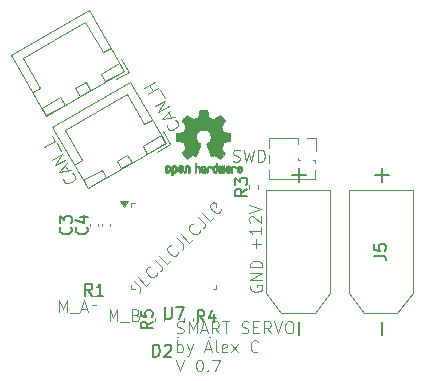
<source format=gbr>
%TF.GenerationSoftware,KiCad,Pcbnew,8.0.2*%
%TF.CreationDate,2024-10-23T20:02:11+03:00*%
%TF.ProjectId,PowerServo AE 36V 3.6A 30D,506f7765-7253-4657-9276-6f2041452033,rev?*%
%TF.SameCoordinates,Original*%
%TF.FileFunction,Legend,Top*%
%TF.FilePolarity,Positive*%
%FSLAX46Y46*%
G04 Gerber Fmt 4.6, Leading zero omitted, Abs format (unit mm)*
G04 Created by KiCad (PCBNEW 8.0.2) date 2024-10-23 20:02:11*
%MOMM*%
%LPD*%
G01*
G04 APERTURE LIST*
%ADD10C,0.100000*%
%ADD11C,0.150000*%
%ADD12C,0.120000*%
%ADD13C,0.010000*%
G04 APERTURE END LIST*
D10*
X90099588Y-75745770D02*
X90604665Y-76250847D01*
X90604665Y-76250847D02*
X90672008Y-76385534D01*
X90672008Y-76385534D02*
X90672008Y-76520221D01*
X90672008Y-76520221D02*
X90604665Y-76654908D01*
X90604665Y-76654908D02*
X90537321Y-76722251D01*
X91480130Y-75779442D02*
X91143413Y-76116159D01*
X91143413Y-76116159D02*
X90436306Y-75409053D01*
X92052550Y-75072335D02*
X92052550Y-75139678D01*
X92052550Y-75139678D02*
X91985207Y-75274365D01*
X91985207Y-75274365D02*
X91917863Y-75341709D01*
X91917863Y-75341709D02*
X91783176Y-75409052D01*
X91783176Y-75409052D02*
X91648489Y-75409052D01*
X91648489Y-75409052D02*
X91547474Y-75375381D01*
X91547474Y-75375381D02*
X91379115Y-75274365D01*
X91379115Y-75274365D02*
X91278100Y-75173350D01*
X91278100Y-75173350D02*
X91177085Y-75004991D01*
X91177085Y-75004991D02*
X91143413Y-74903976D01*
X91143413Y-74903976D02*
X91143413Y-74769289D01*
X91143413Y-74769289D02*
X91210757Y-74634602D01*
X91210757Y-74634602D02*
X91278100Y-74567259D01*
X91278100Y-74567259D02*
X91412787Y-74499915D01*
X91412787Y-74499915D02*
X91480131Y-74499915D01*
X91917863Y-73927495D02*
X92422940Y-74432572D01*
X92422940Y-74432572D02*
X92490283Y-74567259D01*
X92490283Y-74567259D02*
X92490283Y-74701946D01*
X92490283Y-74701946D02*
X92422940Y-74836633D01*
X92422940Y-74836633D02*
X92355596Y-74903976D01*
X93298405Y-73961167D02*
X92961688Y-74297884D01*
X92961688Y-74297884D02*
X92254581Y-73590778D01*
X93870825Y-73254060D02*
X93870825Y-73321404D01*
X93870825Y-73321404D02*
X93803482Y-73456091D01*
X93803482Y-73456091D02*
X93736138Y-73523434D01*
X93736138Y-73523434D02*
X93601451Y-73590778D01*
X93601451Y-73590778D02*
X93466764Y-73590778D01*
X93466764Y-73590778D02*
X93365749Y-73557106D01*
X93365749Y-73557106D02*
X93197390Y-73456091D01*
X93197390Y-73456091D02*
X93096375Y-73355075D01*
X93096375Y-73355075D02*
X92995360Y-73186717D01*
X92995360Y-73186717D02*
X92961688Y-73085701D01*
X92961688Y-73085701D02*
X92961688Y-72951014D01*
X92961688Y-72951014D02*
X93029031Y-72816327D01*
X93029031Y-72816327D02*
X93096375Y-72748984D01*
X93096375Y-72748984D02*
X93231062Y-72681640D01*
X93231062Y-72681640D02*
X93298405Y-72681640D01*
X93736138Y-72109220D02*
X94241215Y-72614297D01*
X94241215Y-72614297D02*
X94308558Y-72748984D01*
X94308558Y-72748984D02*
X94308558Y-72883671D01*
X94308558Y-72883671D02*
X94241215Y-73018358D01*
X94241215Y-73018358D02*
X94173871Y-73085701D01*
X95116680Y-72142892D02*
X94779963Y-72479610D01*
X94779963Y-72479610D02*
X94072856Y-71772503D01*
X95689100Y-71435785D02*
X95689100Y-71503129D01*
X95689100Y-71503129D02*
X95621757Y-71637816D01*
X95621757Y-71637816D02*
X95554413Y-71705159D01*
X95554413Y-71705159D02*
X95419726Y-71772503D01*
X95419726Y-71772503D02*
X95285039Y-71772503D01*
X95285039Y-71772503D02*
X95184024Y-71738831D01*
X95184024Y-71738831D02*
X95015665Y-71637816D01*
X95015665Y-71637816D02*
X94914650Y-71536800D01*
X94914650Y-71536800D02*
X94813635Y-71368442D01*
X94813635Y-71368442D02*
X94779963Y-71267426D01*
X94779963Y-71267426D02*
X94779963Y-71132739D01*
X94779963Y-71132739D02*
X94847306Y-70998052D01*
X94847306Y-70998052D02*
X94914650Y-70930709D01*
X94914650Y-70930709D02*
X95049337Y-70863365D01*
X95049337Y-70863365D02*
X95116680Y-70863365D01*
X95554413Y-70290946D02*
X96059489Y-70796022D01*
X96059489Y-70796022D02*
X96126833Y-70930709D01*
X96126833Y-70930709D02*
X96126833Y-71065396D01*
X96126833Y-71065396D02*
X96059489Y-71200083D01*
X96059489Y-71200083D02*
X95992146Y-71267426D01*
X96934955Y-70324617D02*
X96598238Y-70661335D01*
X96598238Y-70661335D02*
X95891131Y-69954228D01*
X97507375Y-69617510D02*
X97507375Y-69684854D01*
X97507375Y-69684854D02*
X97440032Y-69819541D01*
X97440032Y-69819541D02*
X97372688Y-69886884D01*
X97372688Y-69886884D02*
X97238001Y-69954228D01*
X97238001Y-69954228D02*
X97103314Y-69954228D01*
X97103314Y-69954228D02*
X97002299Y-69920556D01*
X97002299Y-69920556D02*
X96833940Y-69819541D01*
X96833940Y-69819541D02*
X96732925Y-69718526D01*
X96732925Y-69718526D02*
X96631909Y-69550167D01*
X96631909Y-69550167D02*
X96598238Y-69449152D01*
X96598238Y-69449152D02*
X96598238Y-69314465D01*
X96598238Y-69314465D02*
X96665581Y-69179777D01*
X96665581Y-69179777D02*
X96732925Y-69112434D01*
X96732925Y-69112434D02*
X96867612Y-69045090D01*
X96867612Y-69045090D02*
X96934955Y-69045090D01*
X83803884Y-78372419D02*
X83803884Y-77372419D01*
X83803884Y-77372419D02*
X84137217Y-78086704D01*
X84137217Y-78086704D02*
X84470550Y-77372419D01*
X84470550Y-77372419D02*
X84470550Y-78372419D01*
X84708646Y-78467657D02*
X85470550Y-78467657D01*
X85661027Y-78086704D02*
X86137217Y-78086704D01*
X85565789Y-78372419D02*
X85899122Y-77372419D01*
X85899122Y-77372419D02*
X86232455Y-78372419D01*
X93756265Y-80104912D02*
X93899122Y-80152531D01*
X93899122Y-80152531D02*
X94137217Y-80152531D01*
X94137217Y-80152531D02*
X94232455Y-80104912D01*
X94232455Y-80104912D02*
X94280074Y-80057292D01*
X94280074Y-80057292D02*
X94327693Y-79962054D01*
X94327693Y-79962054D02*
X94327693Y-79866816D01*
X94327693Y-79866816D02*
X94280074Y-79771578D01*
X94280074Y-79771578D02*
X94232455Y-79723959D01*
X94232455Y-79723959D02*
X94137217Y-79676340D01*
X94137217Y-79676340D02*
X93946741Y-79628721D01*
X93946741Y-79628721D02*
X93851503Y-79581102D01*
X93851503Y-79581102D02*
X93803884Y-79533483D01*
X93803884Y-79533483D02*
X93756265Y-79438245D01*
X93756265Y-79438245D02*
X93756265Y-79343007D01*
X93756265Y-79343007D02*
X93803884Y-79247769D01*
X93803884Y-79247769D02*
X93851503Y-79200150D01*
X93851503Y-79200150D02*
X93946741Y-79152531D01*
X93946741Y-79152531D02*
X94184836Y-79152531D01*
X94184836Y-79152531D02*
X94327693Y-79200150D01*
X94756265Y-80152531D02*
X94756265Y-79152531D01*
X94756265Y-79152531D02*
X95089598Y-79866816D01*
X95089598Y-79866816D02*
X95422931Y-79152531D01*
X95422931Y-79152531D02*
X95422931Y-80152531D01*
X95851503Y-79866816D02*
X96327693Y-79866816D01*
X95756265Y-80152531D02*
X96089598Y-79152531D01*
X96089598Y-79152531D02*
X96422931Y-80152531D01*
X97327693Y-80152531D02*
X96994360Y-79676340D01*
X96756265Y-80152531D02*
X96756265Y-79152531D01*
X96756265Y-79152531D02*
X97137217Y-79152531D01*
X97137217Y-79152531D02*
X97232455Y-79200150D01*
X97232455Y-79200150D02*
X97280074Y-79247769D01*
X97280074Y-79247769D02*
X97327693Y-79343007D01*
X97327693Y-79343007D02*
X97327693Y-79485864D01*
X97327693Y-79485864D02*
X97280074Y-79581102D01*
X97280074Y-79581102D02*
X97232455Y-79628721D01*
X97232455Y-79628721D02*
X97137217Y-79676340D01*
X97137217Y-79676340D02*
X96756265Y-79676340D01*
X97613408Y-79152531D02*
X98184836Y-79152531D01*
X97899122Y-80152531D02*
X97899122Y-79152531D01*
X99232456Y-80104912D02*
X99375313Y-80152531D01*
X99375313Y-80152531D02*
X99613408Y-80152531D01*
X99613408Y-80152531D02*
X99708646Y-80104912D01*
X99708646Y-80104912D02*
X99756265Y-80057292D01*
X99756265Y-80057292D02*
X99803884Y-79962054D01*
X99803884Y-79962054D02*
X99803884Y-79866816D01*
X99803884Y-79866816D02*
X99756265Y-79771578D01*
X99756265Y-79771578D02*
X99708646Y-79723959D01*
X99708646Y-79723959D02*
X99613408Y-79676340D01*
X99613408Y-79676340D02*
X99422932Y-79628721D01*
X99422932Y-79628721D02*
X99327694Y-79581102D01*
X99327694Y-79581102D02*
X99280075Y-79533483D01*
X99280075Y-79533483D02*
X99232456Y-79438245D01*
X99232456Y-79438245D02*
X99232456Y-79343007D01*
X99232456Y-79343007D02*
X99280075Y-79247769D01*
X99280075Y-79247769D02*
X99327694Y-79200150D01*
X99327694Y-79200150D02*
X99422932Y-79152531D01*
X99422932Y-79152531D02*
X99661027Y-79152531D01*
X99661027Y-79152531D02*
X99803884Y-79200150D01*
X100232456Y-79628721D02*
X100565789Y-79628721D01*
X100708646Y-80152531D02*
X100232456Y-80152531D01*
X100232456Y-80152531D02*
X100232456Y-79152531D01*
X100232456Y-79152531D02*
X100708646Y-79152531D01*
X101708646Y-80152531D02*
X101375313Y-79676340D01*
X101137218Y-80152531D02*
X101137218Y-79152531D01*
X101137218Y-79152531D02*
X101518170Y-79152531D01*
X101518170Y-79152531D02*
X101613408Y-79200150D01*
X101613408Y-79200150D02*
X101661027Y-79247769D01*
X101661027Y-79247769D02*
X101708646Y-79343007D01*
X101708646Y-79343007D02*
X101708646Y-79485864D01*
X101708646Y-79485864D02*
X101661027Y-79581102D01*
X101661027Y-79581102D02*
X101613408Y-79628721D01*
X101613408Y-79628721D02*
X101518170Y-79676340D01*
X101518170Y-79676340D02*
X101137218Y-79676340D01*
X101994361Y-79152531D02*
X102327694Y-80152531D01*
X102327694Y-80152531D02*
X102661027Y-79152531D01*
X103184837Y-79152531D02*
X103375313Y-79152531D01*
X103375313Y-79152531D02*
X103470551Y-79200150D01*
X103470551Y-79200150D02*
X103565789Y-79295388D01*
X103565789Y-79295388D02*
X103613408Y-79485864D01*
X103613408Y-79485864D02*
X103613408Y-79819197D01*
X103613408Y-79819197D02*
X103565789Y-80009673D01*
X103565789Y-80009673D02*
X103470551Y-80104912D01*
X103470551Y-80104912D02*
X103375313Y-80152531D01*
X103375313Y-80152531D02*
X103184837Y-80152531D01*
X103184837Y-80152531D02*
X103089599Y-80104912D01*
X103089599Y-80104912D02*
X102994361Y-80009673D01*
X102994361Y-80009673D02*
X102946742Y-79819197D01*
X102946742Y-79819197D02*
X102946742Y-79485864D01*
X102946742Y-79485864D02*
X102994361Y-79295388D01*
X102994361Y-79295388D02*
X103089599Y-79200150D01*
X103089599Y-79200150D02*
X103184837Y-79152531D01*
X93803884Y-81762475D02*
X93803884Y-80762475D01*
X93803884Y-81143427D02*
X93899122Y-81095808D01*
X93899122Y-81095808D02*
X94089598Y-81095808D01*
X94089598Y-81095808D02*
X94184836Y-81143427D01*
X94184836Y-81143427D02*
X94232455Y-81191046D01*
X94232455Y-81191046D02*
X94280074Y-81286284D01*
X94280074Y-81286284D02*
X94280074Y-81571998D01*
X94280074Y-81571998D02*
X94232455Y-81667236D01*
X94232455Y-81667236D02*
X94184836Y-81714856D01*
X94184836Y-81714856D02*
X94089598Y-81762475D01*
X94089598Y-81762475D02*
X93899122Y-81762475D01*
X93899122Y-81762475D02*
X93803884Y-81714856D01*
X94613408Y-81095808D02*
X94851503Y-81762475D01*
X95089598Y-81095808D02*
X94851503Y-81762475D01*
X94851503Y-81762475D02*
X94756265Y-82000570D01*
X94756265Y-82000570D02*
X94708646Y-82048189D01*
X94708646Y-82048189D02*
X94613408Y-82095808D01*
X96184837Y-81476760D02*
X96661027Y-81476760D01*
X96089599Y-81762475D02*
X96422932Y-80762475D01*
X96422932Y-80762475D02*
X96756265Y-81762475D01*
X97232456Y-81762475D02*
X97137218Y-81714856D01*
X97137218Y-81714856D02*
X97089599Y-81619617D01*
X97089599Y-81619617D02*
X97089599Y-80762475D01*
X97994361Y-81714856D02*
X97899123Y-81762475D01*
X97899123Y-81762475D02*
X97708647Y-81762475D01*
X97708647Y-81762475D02*
X97613409Y-81714856D01*
X97613409Y-81714856D02*
X97565790Y-81619617D01*
X97565790Y-81619617D02*
X97565790Y-81238665D01*
X97565790Y-81238665D02*
X97613409Y-81143427D01*
X97613409Y-81143427D02*
X97708647Y-81095808D01*
X97708647Y-81095808D02*
X97899123Y-81095808D01*
X97899123Y-81095808D02*
X97994361Y-81143427D01*
X97994361Y-81143427D02*
X98041980Y-81238665D01*
X98041980Y-81238665D02*
X98041980Y-81333903D01*
X98041980Y-81333903D02*
X97565790Y-81429141D01*
X98375314Y-81762475D02*
X98899123Y-81095808D01*
X98375314Y-81095808D02*
X98899123Y-81762475D01*
X100613409Y-81667236D02*
X100565790Y-81714856D01*
X100565790Y-81714856D02*
X100422933Y-81762475D01*
X100422933Y-81762475D02*
X100327695Y-81762475D01*
X100327695Y-81762475D02*
X100184838Y-81714856D01*
X100184838Y-81714856D02*
X100089600Y-81619617D01*
X100089600Y-81619617D02*
X100041981Y-81524379D01*
X100041981Y-81524379D02*
X99994362Y-81333903D01*
X99994362Y-81333903D02*
X99994362Y-81191046D01*
X99994362Y-81191046D02*
X100041981Y-81000570D01*
X100041981Y-81000570D02*
X100089600Y-80905332D01*
X100089600Y-80905332D02*
X100184838Y-80810094D01*
X100184838Y-80810094D02*
X100327695Y-80762475D01*
X100327695Y-80762475D02*
X100422933Y-80762475D01*
X100422933Y-80762475D02*
X100565790Y-80810094D01*
X100565790Y-80810094D02*
X100613409Y-80857713D01*
X93661027Y-82372419D02*
X93994360Y-83372419D01*
X93994360Y-83372419D02*
X94327693Y-82372419D01*
X95613408Y-82372419D02*
X95708646Y-82372419D01*
X95708646Y-82372419D02*
X95803884Y-82420038D01*
X95803884Y-82420038D02*
X95851503Y-82467657D01*
X95851503Y-82467657D02*
X95899122Y-82562895D01*
X95899122Y-82562895D02*
X95946741Y-82753371D01*
X95946741Y-82753371D02*
X95946741Y-82991466D01*
X95946741Y-82991466D02*
X95899122Y-83181942D01*
X95899122Y-83181942D02*
X95851503Y-83277180D01*
X95851503Y-83277180D02*
X95803884Y-83324800D01*
X95803884Y-83324800D02*
X95708646Y-83372419D01*
X95708646Y-83372419D02*
X95613408Y-83372419D01*
X95613408Y-83372419D02*
X95518170Y-83324800D01*
X95518170Y-83324800D02*
X95470551Y-83277180D01*
X95470551Y-83277180D02*
X95422932Y-83181942D01*
X95422932Y-83181942D02*
X95375313Y-82991466D01*
X95375313Y-82991466D02*
X95375313Y-82753371D01*
X95375313Y-82753371D02*
X95422932Y-82562895D01*
X95422932Y-82562895D02*
X95470551Y-82467657D01*
X95470551Y-82467657D02*
X95518170Y-82420038D01*
X95518170Y-82420038D02*
X95613408Y-82372419D01*
X96375313Y-83277180D02*
X96422932Y-83324800D01*
X96422932Y-83324800D02*
X96375313Y-83372419D01*
X96375313Y-83372419D02*
X96327694Y-83324800D01*
X96327694Y-83324800D02*
X96375313Y-83277180D01*
X96375313Y-83277180D02*
X96375313Y-83372419D01*
X96756265Y-82372419D02*
X97422931Y-82372419D01*
X97422931Y-82372419D02*
X96994360Y-83372419D01*
X100018464Y-76084791D02*
X99970845Y-76180029D01*
X99970845Y-76180029D02*
X99970845Y-76322886D01*
X99970845Y-76322886D02*
X100018464Y-76465743D01*
X100018464Y-76465743D02*
X100113702Y-76560981D01*
X100113702Y-76560981D02*
X100208940Y-76608600D01*
X100208940Y-76608600D02*
X100399416Y-76656219D01*
X100399416Y-76656219D02*
X100542273Y-76656219D01*
X100542273Y-76656219D02*
X100732749Y-76608600D01*
X100732749Y-76608600D02*
X100827987Y-76560981D01*
X100827987Y-76560981D02*
X100923226Y-76465743D01*
X100923226Y-76465743D02*
X100970845Y-76322886D01*
X100970845Y-76322886D02*
X100970845Y-76227648D01*
X100970845Y-76227648D02*
X100923226Y-76084791D01*
X100923226Y-76084791D02*
X100875606Y-76037172D01*
X100875606Y-76037172D02*
X100542273Y-76037172D01*
X100542273Y-76037172D02*
X100542273Y-76227648D01*
X100970845Y-75608600D02*
X99970845Y-75608600D01*
X99970845Y-75608600D02*
X100970845Y-75037172D01*
X100970845Y-75037172D02*
X99970845Y-75037172D01*
X100970845Y-74560981D02*
X99970845Y-74560981D01*
X99970845Y-74560981D02*
X99970845Y-74322886D01*
X99970845Y-74322886D02*
X100018464Y-74180029D01*
X100018464Y-74180029D02*
X100113702Y-74084791D01*
X100113702Y-74084791D02*
X100208940Y-74037172D01*
X100208940Y-74037172D02*
X100399416Y-73989553D01*
X100399416Y-73989553D02*
X100542273Y-73989553D01*
X100542273Y-73989553D02*
X100732749Y-74037172D01*
X100732749Y-74037172D02*
X100827987Y-74084791D01*
X100827987Y-74084791D02*
X100923226Y-74180029D01*
X100923226Y-74180029D02*
X100970845Y-74322886D01*
X100970845Y-74322886D02*
X100970845Y-74560981D01*
X93619376Y-62103366D02*
X93684425Y-62120796D01*
X93684425Y-62120796D02*
X93797093Y-62220704D01*
X93797093Y-62220704D02*
X93844712Y-62303183D01*
X93844712Y-62303183D02*
X93874901Y-62450710D01*
X93874901Y-62450710D02*
X93840042Y-62580808D01*
X93840042Y-62580808D02*
X93781373Y-62669666D01*
X93781373Y-62669666D02*
X93640225Y-62806144D01*
X93640225Y-62806144D02*
X93516507Y-62877572D01*
X93516507Y-62877572D02*
X93327740Y-62931571D01*
X93327740Y-62931571D02*
X93221452Y-62937951D01*
X93221452Y-62937951D02*
X93091354Y-62903091D01*
X93091354Y-62903091D02*
X92978686Y-62803183D01*
X92978686Y-62803183D02*
X92931067Y-62720704D01*
X92931067Y-62720704D02*
X92900878Y-62573177D01*
X92900878Y-62573177D02*
X92918308Y-62508128D01*
X93263943Y-61868690D02*
X93025847Y-61456297D01*
X93558998Y-61808311D02*
X92526306Y-62019636D01*
X92526306Y-62019636D02*
X93225664Y-61230961D01*
X93058998Y-60942285D02*
X92192972Y-61442285D01*
X92192972Y-61442285D02*
X92773283Y-60447414D01*
X92773283Y-60447414D02*
X91907258Y-60947414D01*
X92736714Y-60193598D02*
X92355762Y-59533769D01*
X92154236Y-59375192D02*
X91288210Y-59875192D01*
X91700603Y-59637096D02*
X91414889Y-59142225D01*
X91868521Y-58880320D02*
X91002496Y-59380320D01*
X84869376Y-66603366D02*
X84934425Y-66620796D01*
X84934425Y-66620796D02*
X85047093Y-66720704D01*
X85047093Y-66720704D02*
X85094712Y-66803183D01*
X85094712Y-66803183D02*
X85124901Y-66950710D01*
X85124901Y-66950710D02*
X85090042Y-67080808D01*
X85090042Y-67080808D02*
X85031373Y-67169666D01*
X85031373Y-67169666D02*
X84890225Y-67306144D01*
X84890225Y-67306144D02*
X84766507Y-67377572D01*
X84766507Y-67377572D02*
X84577740Y-67431571D01*
X84577740Y-67431571D02*
X84471452Y-67437951D01*
X84471452Y-67437951D02*
X84341354Y-67403091D01*
X84341354Y-67403091D02*
X84228686Y-67303183D01*
X84228686Y-67303183D02*
X84181067Y-67220704D01*
X84181067Y-67220704D02*
X84150878Y-67073177D01*
X84150878Y-67073177D02*
X84168308Y-67008128D01*
X84513943Y-66368690D02*
X84275847Y-65956297D01*
X84808998Y-66308311D02*
X83776306Y-66519636D01*
X83776306Y-66519636D02*
X84475664Y-65730961D01*
X84308998Y-65442285D02*
X83442972Y-65942285D01*
X83442972Y-65942285D02*
X84023283Y-64947414D01*
X84023283Y-64947414D02*
X83157258Y-65447414D01*
X83986714Y-64693598D02*
X83605762Y-64033769D01*
X83166140Y-63462799D02*
X83404236Y-63875192D01*
X83404236Y-63875192D02*
X82538210Y-64375192D01*
X88053884Y-79122419D02*
X88053884Y-78122419D01*
X88053884Y-78122419D02*
X88387217Y-78836704D01*
X88387217Y-78836704D02*
X88720550Y-78122419D01*
X88720550Y-78122419D02*
X88720550Y-79122419D01*
X88958646Y-79217657D02*
X89720550Y-79217657D01*
X90291979Y-78598609D02*
X90434836Y-78646228D01*
X90434836Y-78646228D02*
X90482455Y-78693847D01*
X90482455Y-78693847D02*
X90530074Y-78789085D01*
X90530074Y-78789085D02*
X90530074Y-78931942D01*
X90530074Y-78931942D02*
X90482455Y-79027180D01*
X90482455Y-79027180D02*
X90434836Y-79074800D01*
X90434836Y-79074800D02*
X90339598Y-79122419D01*
X90339598Y-79122419D02*
X89958646Y-79122419D01*
X89958646Y-79122419D02*
X89958646Y-78122419D01*
X89958646Y-78122419D02*
X90291979Y-78122419D01*
X90291979Y-78122419D02*
X90387217Y-78170038D01*
X90387217Y-78170038D02*
X90434836Y-78217657D01*
X90434836Y-78217657D02*
X90482455Y-78312895D01*
X90482455Y-78312895D02*
X90482455Y-78408133D01*
X90482455Y-78408133D02*
X90434836Y-78503371D01*
X90434836Y-78503371D02*
X90387217Y-78550990D01*
X90387217Y-78550990D02*
X90291979Y-78598609D01*
X90291979Y-78598609D02*
X89958646Y-78598609D01*
X98506265Y-65574800D02*
X98649122Y-65622419D01*
X98649122Y-65622419D02*
X98887217Y-65622419D01*
X98887217Y-65622419D02*
X98982455Y-65574800D01*
X98982455Y-65574800D02*
X99030074Y-65527180D01*
X99030074Y-65527180D02*
X99077693Y-65431942D01*
X99077693Y-65431942D02*
X99077693Y-65336704D01*
X99077693Y-65336704D02*
X99030074Y-65241466D01*
X99030074Y-65241466D02*
X98982455Y-65193847D01*
X98982455Y-65193847D02*
X98887217Y-65146228D01*
X98887217Y-65146228D02*
X98696741Y-65098609D01*
X98696741Y-65098609D02*
X98601503Y-65050990D01*
X98601503Y-65050990D02*
X98553884Y-65003371D01*
X98553884Y-65003371D02*
X98506265Y-64908133D01*
X98506265Y-64908133D02*
X98506265Y-64812895D01*
X98506265Y-64812895D02*
X98553884Y-64717657D01*
X98553884Y-64717657D02*
X98601503Y-64670038D01*
X98601503Y-64670038D02*
X98696741Y-64622419D01*
X98696741Y-64622419D02*
X98934836Y-64622419D01*
X98934836Y-64622419D02*
X99077693Y-64670038D01*
X99411027Y-64622419D02*
X99649122Y-65622419D01*
X99649122Y-65622419D02*
X99839598Y-64908133D01*
X99839598Y-64908133D02*
X100030074Y-65622419D01*
X100030074Y-65622419D02*
X100268170Y-64622419D01*
X100649122Y-65622419D02*
X100649122Y-64622419D01*
X100649122Y-64622419D02*
X100887217Y-64622419D01*
X100887217Y-64622419D02*
X101030074Y-64670038D01*
X101030074Y-64670038D02*
X101125312Y-64765276D01*
X101125312Y-64765276D02*
X101172931Y-64860514D01*
X101172931Y-64860514D02*
X101220550Y-65050990D01*
X101220550Y-65050990D02*
X101220550Y-65193847D01*
X101220550Y-65193847D02*
X101172931Y-65384323D01*
X101172931Y-65384323D02*
X101125312Y-65479561D01*
X101125312Y-65479561D02*
X101030074Y-65574800D01*
X101030074Y-65574800D02*
X100887217Y-65622419D01*
X100887217Y-65622419D02*
X100649122Y-65622419D01*
X100491466Y-72946115D02*
X100491466Y-72184211D01*
X100872419Y-72565163D02*
X100110514Y-72565163D01*
X100872419Y-71184211D02*
X100872419Y-71755639D01*
X100872419Y-71469925D02*
X99872419Y-71469925D01*
X99872419Y-71469925D02*
X100015276Y-71565163D01*
X100015276Y-71565163D02*
X100110514Y-71660401D01*
X100110514Y-71660401D02*
X100158133Y-71755639D01*
X99967657Y-70803258D02*
X99920038Y-70755639D01*
X99920038Y-70755639D02*
X99872419Y-70660401D01*
X99872419Y-70660401D02*
X99872419Y-70422306D01*
X99872419Y-70422306D02*
X99920038Y-70327068D01*
X99920038Y-70327068D02*
X99967657Y-70279449D01*
X99967657Y-70279449D02*
X100062895Y-70231830D01*
X100062895Y-70231830D02*
X100158133Y-70231830D01*
X100158133Y-70231830D02*
X100300990Y-70279449D01*
X100300990Y-70279449D02*
X100872419Y-70850877D01*
X100872419Y-70850877D02*
X100872419Y-70231830D01*
X99872419Y-69946115D02*
X100872419Y-69612782D01*
X100872419Y-69612782D02*
X99872419Y-69279449D01*
D11*
X84759580Y-71166666D02*
X84807200Y-71214285D01*
X84807200Y-71214285D02*
X84854819Y-71357142D01*
X84854819Y-71357142D02*
X84854819Y-71452380D01*
X84854819Y-71452380D02*
X84807200Y-71595237D01*
X84807200Y-71595237D02*
X84711961Y-71690475D01*
X84711961Y-71690475D02*
X84616723Y-71738094D01*
X84616723Y-71738094D02*
X84426247Y-71785713D01*
X84426247Y-71785713D02*
X84283390Y-71785713D01*
X84283390Y-71785713D02*
X84092914Y-71738094D01*
X84092914Y-71738094D02*
X83997676Y-71690475D01*
X83997676Y-71690475D02*
X83902438Y-71595237D01*
X83902438Y-71595237D02*
X83854819Y-71452380D01*
X83854819Y-71452380D02*
X83854819Y-71357142D01*
X83854819Y-71357142D02*
X83902438Y-71214285D01*
X83902438Y-71214285D02*
X83950057Y-71166666D01*
X83854819Y-70833332D02*
X83854819Y-70214285D01*
X83854819Y-70214285D02*
X84235771Y-70547618D01*
X84235771Y-70547618D02*
X84235771Y-70404761D01*
X84235771Y-70404761D02*
X84283390Y-70309523D01*
X84283390Y-70309523D02*
X84331009Y-70261904D01*
X84331009Y-70261904D02*
X84426247Y-70214285D01*
X84426247Y-70214285D02*
X84664342Y-70214285D01*
X84664342Y-70214285D02*
X84759580Y-70261904D01*
X84759580Y-70261904D02*
X84807200Y-70309523D01*
X84807200Y-70309523D02*
X84854819Y-70404761D01*
X84854819Y-70404761D02*
X84854819Y-70690475D01*
X84854819Y-70690475D02*
X84807200Y-70785713D01*
X84807200Y-70785713D02*
X84759580Y-70833332D01*
X92738095Y-77954819D02*
X92738095Y-78764342D01*
X92738095Y-78764342D02*
X92785714Y-78859580D01*
X92785714Y-78859580D02*
X92833333Y-78907200D01*
X92833333Y-78907200D02*
X92928571Y-78954819D01*
X92928571Y-78954819D02*
X93119047Y-78954819D01*
X93119047Y-78954819D02*
X93214285Y-78907200D01*
X93214285Y-78907200D02*
X93261904Y-78859580D01*
X93261904Y-78859580D02*
X93309523Y-78764342D01*
X93309523Y-78764342D02*
X93309523Y-77954819D01*
X93690476Y-77954819D02*
X94357142Y-77954819D01*
X94357142Y-77954819D02*
X93928571Y-78954819D01*
X99704819Y-67926666D02*
X99228628Y-68259999D01*
X99704819Y-68498094D02*
X98704819Y-68498094D01*
X98704819Y-68498094D02*
X98704819Y-68117142D01*
X98704819Y-68117142D02*
X98752438Y-68021904D01*
X98752438Y-68021904D02*
X98800057Y-67974285D01*
X98800057Y-67974285D02*
X98895295Y-67926666D01*
X98895295Y-67926666D02*
X99038152Y-67926666D01*
X99038152Y-67926666D02*
X99133390Y-67974285D01*
X99133390Y-67974285D02*
X99181009Y-68021904D01*
X99181009Y-68021904D02*
X99228628Y-68117142D01*
X99228628Y-68117142D02*
X99228628Y-68498094D01*
X98704819Y-67593332D02*
X98704819Y-66974285D01*
X98704819Y-66974285D02*
X99085771Y-67307618D01*
X99085771Y-67307618D02*
X99085771Y-67164761D01*
X99085771Y-67164761D02*
X99133390Y-67069523D01*
X99133390Y-67069523D02*
X99181009Y-67021904D01*
X99181009Y-67021904D02*
X99276247Y-66974285D01*
X99276247Y-66974285D02*
X99514342Y-66974285D01*
X99514342Y-66974285D02*
X99609580Y-67021904D01*
X99609580Y-67021904D02*
X99657200Y-67069523D01*
X99657200Y-67069523D02*
X99704819Y-67164761D01*
X99704819Y-67164761D02*
X99704819Y-67450475D01*
X99704819Y-67450475D02*
X99657200Y-67545713D01*
X99657200Y-67545713D02*
X99609580Y-67593332D01*
X96083333Y-79204819D02*
X95750000Y-78728628D01*
X95511905Y-79204819D02*
X95511905Y-78204819D01*
X95511905Y-78204819D02*
X95892857Y-78204819D01*
X95892857Y-78204819D02*
X95988095Y-78252438D01*
X95988095Y-78252438D02*
X96035714Y-78300057D01*
X96035714Y-78300057D02*
X96083333Y-78395295D01*
X96083333Y-78395295D02*
X96083333Y-78538152D01*
X96083333Y-78538152D02*
X96035714Y-78633390D01*
X96035714Y-78633390D02*
X95988095Y-78681009D01*
X95988095Y-78681009D02*
X95892857Y-78728628D01*
X95892857Y-78728628D02*
X95511905Y-78728628D01*
X96940476Y-78538152D02*
X96940476Y-79204819D01*
X96702381Y-78157200D02*
X96464286Y-78871485D01*
X96464286Y-78871485D02*
X97083333Y-78871485D01*
X86109580Y-71166666D02*
X86157200Y-71214285D01*
X86157200Y-71214285D02*
X86204819Y-71357142D01*
X86204819Y-71357142D02*
X86204819Y-71452380D01*
X86204819Y-71452380D02*
X86157200Y-71595237D01*
X86157200Y-71595237D02*
X86061961Y-71690475D01*
X86061961Y-71690475D02*
X85966723Y-71738094D01*
X85966723Y-71738094D02*
X85776247Y-71785713D01*
X85776247Y-71785713D02*
X85633390Y-71785713D01*
X85633390Y-71785713D02*
X85442914Y-71738094D01*
X85442914Y-71738094D02*
X85347676Y-71690475D01*
X85347676Y-71690475D02*
X85252438Y-71595237D01*
X85252438Y-71595237D02*
X85204819Y-71452380D01*
X85204819Y-71452380D02*
X85204819Y-71357142D01*
X85204819Y-71357142D02*
X85252438Y-71214285D01*
X85252438Y-71214285D02*
X85300057Y-71166666D01*
X85538152Y-70309523D02*
X86204819Y-70309523D01*
X85157200Y-70547618D02*
X85871485Y-70785713D01*
X85871485Y-70785713D02*
X85871485Y-70166666D01*
X86583333Y-76954819D02*
X86250000Y-76478628D01*
X86011905Y-76954819D02*
X86011905Y-75954819D01*
X86011905Y-75954819D02*
X86392857Y-75954819D01*
X86392857Y-75954819D02*
X86488095Y-76002438D01*
X86488095Y-76002438D02*
X86535714Y-76050057D01*
X86535714Y-76050057D02*
X86583333Y-76145295D01*
X86583333Y-76145295D02*
X86583333Y-76288152D01*
X86583333Y-76288152D02*
X86535714Y-76383390D01*
X86535714Y-76383390D02*
X86488095Y-76431009D01*
X86488095Y-76431009D02*
X86392857Y-76478628D01*
X86392857Y-76478628D02*
X86011905Y-76478628D01*
X87535714Y-76954819D02*
X86964286Y-76954819D01*
X87250000Y-76954819D02*
X87250000Y-75954819D01*
X87250000Y-75954819D02*
X87154762Y-76097676D01*
X87154762Y-76097676D02*
X87059524Y-76192914D01*
X87059524Y-76192914D02*
X86964286Y-76240533D01*
X110454819Y-73583334D02*
X111169104Y-73583334D01*
X111169104Y-73583334D02*
X111311961Y-73630953D01*
X111311961Y-73630953D02*
X111407200Y-73726191D01*
X111407200Y-73726191D02*
X111454819Y-73869048D01*
X111454819Y-73869048D02*
X111454819Y-73964286D01*
X110454819Y-72630953D02*
X110454819Y-73107143D01*
X110454819Y-73107143D02*
X110931009Y-73154762D01*
X110931009Y-73154762D02*
X110883390Y-73107143D01*
X110883390Y-73107143D02*
X110835771Y-73011905D01*
X110835771Y-73011905D02*
X110835771Y-72773810D01*
X110835771Y-72773810D02*
X110883390Y-72678572D01*
X110883390Y-72678572D02*
X110931009Y-72630953D01*
X110931009Y-72630953D02*
X111026247Y-72583334D01*
X111026247Y-72583334D02*
X111264342Y-72583334D01*
X111264342Y-72583334D02*
X111359580Y-72630953D01*
X111359580Y-72630953D02*
X111407200Y-72678572D01*
X111407200Y-72678572D02*
X111454819Y-72773810D01*
X111454819Y-72773810D02*
X111454819Y-73011905D01*
X111454819Y-73011905D02*
X111407200Y-73107143D01*
X111407200Y-73107143D02*
X111359580Y-73154762D01*
X111114699Y-80321428D02*
X111114699Y-79178571D01*
X111114701Y-67321428D02*
X111114701Y-66178571D01*
X111686129Y-66749999D02*
X110543272Y-66749999D01*
X104114700Y-67321428D02*
X104114700Y-66178571D01*
X104686128Y-66749999D02*
X103543271Y-66749999D01*
X104114700Y-80321428D02*
X104114700Y-79178571D01*
X91761905Y-82124819D02*
X91761905Y-81124819D01*
X91761905Y-81124819D02*
X92000000Y-81124819D01*
X92000000Y-81124819D02*
X92142857Y-81172438D01*
X92142857Y-81172438D02*
X92238095Y-81267676D01*
X92238095Y-81267676D02*
X92285714Y-81362914D01*
X92285714Y-81362914D02*
X92333333Y-81553390D01*
X92333333Y-81553390D02*
X92333333Y-81696247D01*
X92333333Y-81696247D02*
X92285714Y-81886723D01*
X92285714Y-81886723D02*
X92238095Y-81981961D01*
X92238095Y-81981961D02*
X92142857Y-82077200D01*
X92142857Y-82077200D02*
X92000000Y-82124819D01*
X92000000Y-82124819D02*
X91761905Y-82124819D01*
X92714286Y-81220057D02*
X92761905Y-81172438D01*
X92761905Y-81172438D02*
X92857143Y-81124819D01*
X92857143Y-81124819D02*
X93095238Y-81124819D01*
X93095238Y-81124819D02*
X93190476Y-81172438D01*
X93190476Y-81172438D02*
X93238095Y-81220057D01*
X93238095Y-81220057D02*
X93285714Y-81315295D01*
X93285714Y-81315295D02*
X93285714Y-81410533D01*
X93285714Y-81410533D02*
X93238095Y-81553390D01*
X93238095Y-81553390D02*
X92666667Y-82124819D01*
X92666667Y-82124819D02*
X93285714Y-82124819D01*
X91704819Y-79156666D02*
X91228628Y-79489999D01*
X91704819Y-79728094D02*
X90704819Y-79728094D01*
X90704819Y-79728094D02*
X90704819Y-79347142D01*
X90704819Y-79347142D02*
X90752438Y-79251904D01*
X90752438Y-79251904D02*
X90800057Y-79204285D01*
X90800057Y-79204285D02*
X90895295Y-79156666D01*
X90895295Y-79156666D02*
X91038152Y-79156666D01*
X91038152Y-79156666D02*
X91133390Y-79204285D01*
X91133390Y-79204285D02*
X91181009Y-79251904D01*
X91181009Y-79251904D02*
X91228628Y-79347142D01*
X91228628Y-79347142D02*
X91228628Y-79728094D01*
X90704819Y-78251904D02*
X90704819Y-78728094D01*
X90704819Y-78728094D02*
X91181009Y-78775713D01*
X91181009Y-78775713D02*
X91133390Y-78728094D01*
X91133390Y-78728094D02*
X91085771Y-78632856D01*
X91085771Y-78632856D02*
X91085771Y-78394761D01*
X91085771Y-78394761D02*
X91133390Y-78299523D01*
X91133390Y-78299523D02*
X91181009Y-78251904D01*
X91181009Y-78251904D02*
X91276247Y-78204285D01*
X91276247Y-78204285D02*
X91514342Y-78204285D01*
X91514342Y-78204285D02*
X91609580Y-78251904D01*
X91609580Y-78251904D02*
X91657200Y-78299523D01*
X91657200Y-78299523D02*
X91704819Y-78394761D01*
X91704819Y-78394761D02*
X91704819Y-78632856D01*
X91704819Y-78632856D02*
X91657200Y-78728094D01*
X91657200Y-78728094D02*
X91609580Y-78775713D01*
D12*
%TO.C,C3*%
X86390001Y-71107835D02*
X86390000Y-70892163D01*
X87110000Y-71107837D02*
X87109999Y-70892165D01*
%TO.C,U7*%
X89890000Y-69140000D02*
X89890000Y-69440000D01*
X89890000Y-76360000D02*
X89890000Y-76060000D01*
X90190000Y-69140000D02*
X89890000Y-69140000D01*
X90190000Y-76360000D02*
X89890000Y-76360000D01*
X96810000Y-69140000D02*
X97110000Y-69140000D01*
X96810000Y-76360000D02*
X97110000Y-76360000D01*
X97110000Y-69140000D02*
X97110000Y-69440000D01*
X97110000Y-76360000D02*
X97110000Y-76060000D01*
X89287500Y-69440000D02*
X88947500Y-68970000D01*
X89627500Y-68970000D01*
X89287500Y-69440000D01*
G36*
X89287500Y-69440000D02*
G01*
X88947500Y-68970000D01*
X89627500Y-68970000D01*
X89287500Y-69440000D01*
G37*
%TO.C,R3*%
X99870000Y-67596360D02*
X99870001Y-67903641D01*
X100629999Y-67596359D02*
X100630000Y-67903640D01*
%TO.C,R4*%
X94370002Y-78846361D02*
X94370002Y-79153639D01*
X95129998Y-78846361D02*
X95129998Y-79153639D01*
%TO.C,C4*%
X87390001Y-71107835D02*
X87390000Y-70892163D01*
X88110000Y-71107837D02*
X88109999Y-70892165D01*
D13*
%TO.C,REF\u002A\u002A*%
X98652600Y-65958752D02*
X98669948Y-65966334D01*
X98711356Y-65999128D01*
X98746765Y-66046547D01*
X98768664Y-66097151D01*
X98772229Y-66122098D01*
X98760279Y-66156927D01*
X98734067Y-66175357D01*
X98705964Y-66186516D01*
X98693095Y-66188572D01*
X98686829Y-66173649D01*
X98674456Y-66141175D01*
X98669028Y-66126502D01*
X98638590Y-66075744D01*
X98594520Y-66050427D01*
X98538010Y-66051206D01*
X98533825Y-66052203D01*
X98503655Y-66066507D01*
X98481476Y-66094393D01*
X98466327Y-66139287D01*
X98457250Y-66204615D01*
X98453286Y-66293804D01*
X98452914Y-66341261D01*
X98452730Y-66416071D01*
X98451522Y-66467069D01*
X98448309Y-66499471D01*
X98442109Y-66518495D01*
X98431940Y-66529356D01*
X98416819Y-66537272D01*
X98415946Y-66537670D01*
X98386828Y-66549981D01*
X98372403Y-66554514D01*
X98370186Y-66540809D01*
X98368289Y-66502925D01*
X98366847Y-66445715D01*
X98365998Y-66374027D01*
X98365829Y-66321565D01*
X98366692Y-66220047D01*
X98370070Y-66143032D01*
X98377142Y-66086023D01*
X98389088Y-66044526D01*
X98407090Y-66014043D01*
X98432327Y-65990080D01*
X98457247Y-65973355D01*
X98517171Y-65951097D01*
X98586911Y-65946076D01*
X98652600Y-65958752D01*
G36*
X98652600Y-65958752D02*
G01*
X98669948Y-65966334D01*
X98711356Y-65999128D01*
X98746765Y-66046547D01*
X98768664Y-66097151D01*
X98772229Y-66122098D01*
X98760279Y-66156927D01*
X98734067Y-66175357D01*
X98705964Y-66186516D01*
X98693095Y-66188572D01*
X98686829Y-66173649D01*
X98674456Y-66141175D01*
X98669028Y-66126502D01*
X98638590Y-66075744D01*
X98594520Y-66050427D01*
X98538010Y-66051206D01*
X98533825Y-66052203D01*
X98503655Y-66066507D01*
X98481476Y-66094393D01*
X98466327Y-66139287D01*
X98457250Y-66204615D01*
X98453286Y-66293804D01*
X98452914Y-66341261D01*
X98452730Y-66416071D01*
X98451522Y-66467069D01*
X98448309Y-66499471D01*
X98442109Y-66518495D01*
X98431940Y-66529356D01*
X98416819Y-66537272D01*
X98415946Y-66537670D01*
X98386828Y-66549981D01*
X98372403Y-66554514D01*
X98370186Y-66540809D01*
X98368289Y-66502925D01*
X98366847Y-66445715D01*
X98365998Y-66374027D01*
X98365829Y-66321565D01*
X98366692Y-66220047D01*
X98370070Y-66143032D01*
X98377142Y-66086023D01*
X98389088Y-66044526D01*
X98407090Y-66014043D01*
X98432327Y-65990080D01*
X98457247Y-65973355D01*
X98517171Y-65951097D01*
X98586911Y-65946076D01*
X98652600Y-65958752D01*
G37*
X94716093Y-65927780D02*
X94762672Y-65954723D01*
X94795057Y-65981466D01*
X94818742Y-66009484D01*
X94835059Y-66043748D01*
X94845339Y-66089227D01*
X94850914Y-66150892D01*
X94853116Y-66233711D01*
X94853371Y-66293246D01*
X94853371Y-66512391D01*
X94791686Y-66540044D01*
X94730000Y-66567697D01*
X94722743Y-66327670D01*
X94719744Y-66238028D01*
X94716598Y-66172962D01*
X94712701Y-66128026D01*
X94707447Y-66098770D01*
X94700231Y-66080748D01*
X94690450Y-66069511D01*
X94687312Y-66067079D01*
X94639761Y-66048083D01*
X94591697Y-66055600D01*
X94563086Y-66075543D01*
X94551447Y-66089675D01*
X94543391Y-66108220D01*
X94538271Y-66136334D01*
X94535441Y-66179173D01*
X94534256Y-66241895D01*
X94534057Y-66307261D01*
X94534018Y-66389268D01*
X94532614Y-66447316D01*
X94527914Y-66486465D01*
X94517987Y-66511780D01*
X94500903Y-66528323D01*
X94474732Y-66541156D01*
X94439775Y-66554491D01*
X94401596Y-66569007D01*
X94406141Y-66311389D01*
X94407971Y-66218519D01*
X94410112Y-66149889D01*
X94413181Y-66100711D01*
X94417794Y-66066198D01*
X94424568Y-66041562D01*
X94434119Y-66022016D01*
X94445634Y-66004770D01*
X94501190Y-65949680D01*
X94568980Y-65917822D01*
X94642713Y-65910191D01*
X94716093Y-65927780D01*
G36*
X94716093Y-65927780D02*
G01*
X94762672Y-65954723D01*
X94795057Y-65981466D01*
X94818742Y-66009484D01*
X94835059Y-66043748D01*
X94845339Y-66089227D01*
X94850914Y-66150892D01*
X94853116Y-66233711D01*
X94853371Y-66293246D01*
X94853371Y-66512391D01*
X94791686Y-66540044D01*
X94730000Y-66567697D01*
X94722743Y-66327670D01*
X94719744Y-66238028D01*
X94716598Y-66172962D01*
X94712701Y-66128026D01*
X94707447Y-66098770D01*
X94700231Y-66080748D01*
X94690450Y-66069511D01*
X94687312Y-66067079D01*
X94639761Y-66048083D01*
X94591697Y-66055600D01*
X94563086Y-66075543D01*
X94551447Y-66089675D01*
X94543391Y-66108220D01*
X94538271Y-66136334D01*
X94535441Y-66179173D01*
X94534256Y-66241895D01*
X94534057Y-66307261D01*
X94534018Y-66389268D01*
X94532614Y-66447316D01*
X94527914Y-66486465D01*
X94517987Y-66511780D01*
X94500903Y-66528323D01*
X94474732Y-66541156D01*
X94439775Y-66554491D01*
X94401596Y-66569007D01*
X94406141Y-66311389D01*
X94407971Y-66218519D01*
X94410112Y-66149889D01*
X94413181Y-66100711D01*
X94417794Y-66066198D01*
X94424568Y-66041562D01*
X94434119Y-66022016D01*
X94445634Y-66004770D01*
X94501190Y-65949680D01*
X94568980Y-65917822D01*
X94642713Y-65910191D01*
X94716093Y-65927780D01*
G37*
X96529926Y-65949755D02*
X96595858Y-65974084D01*
X96649273Y-66017117D01*
X96670164Y-66047409D01*
X96692939Y-66102994D01*
X96692466Y-66143186D01*
X96668562Y-66170217D01*
X96659717Y-66174813D01*
X96621530Y-66189144D01*
X96602028Y-66185472D01*
X96595422Y-66161407D01*
X96595086Y-66148114D01*
X96582992Y-66099210D01*
X96551471Y-66064999D01*
X96507659Y-66048476D01*
X96458695Y-66052634D01*
X96418894Y-66074227D01*
X96405450Y-66086544D01*
X96395921Y-66101487D01*
X96389485Y-66124075D01*
X96385317Y-66159328D01*
X96382597Y-66212266D01*
X96380502Y-66287907D01*
X96379960Y-66311857D01*
X96377981Y-66393790D01*
X96375731Y-66451455D01*
X96372357Y-66489608D01*
X96367006Y-66513004D01*
X96358824Y-66526398D01*
X96346959Y-66534545D01*
X96339362Y-66538144D01*
X96307102Y-66550452D01*
X96288111Y-66554514D01*
X96281836Y-66540948D01*
X96278006Y-66499934D01*
X96276600Y-66430999D01*
X96277598Y-66333669D01*
X96277908Y-66318657D01*
X96280101Y-66229859D01*
X96282693Y-66165019D01*
X96286382Y-66119067D01*
X96291864Y-66086935D01*
X96299835Y-66063553D01*
X96310993Y-66043852D01*
X96316830Y-66035410D01*
X96350296Y-65998057D01*
X96387727Y-65969003D01*
X96392309Y-65966467D01*
X96459426Y-65946443D01*
X96529926Y-65949755D01*
G36*
X96529926Y-65949755D02*
G01*
X96595858Y-65974084D01*
X96649273Y-66017117D01*
X96670164Y-66047409D01*
X96692939Y-66102994D01*
X96692466Y-66143186D01*
X96668562Y-66170217D01*
X96659717Y-66174813D01*
X96621530Y-66189144D01*
X96602028Y-66185472D01*
X96595422Y-66161407D01*
X96595086Y-66148114D01*
X96582992Y-66099210D01*
X96551471Y-66064999D01*
X96507659Y-66048476D01*
X96458695Y-66052634D01*
X96418894Y-66074227D01*
X96405450Y-66086544D01*
X96395921Y-66101487D01*
X96389485Y-66124075D01*
X96385317Y-66159328D01*
X96382597Y-66212266D01*
X96380502Y-66287907D01*
X96379960Y-66311857D01*
X96377981Y-66393790D01*
X96375731Y-66451455D01*
X96372357Y-66489608D01*
X96367006Y-66513004D01*
X96358824Y-66526398D01*
X96346959Y-66534545D01*
X96339362Y-66538144D01*
X96307102Y-66550452D01*
X96288111Y-66554514D01*
X96281836Y-66540948D01*
X96278006Y-66499934D01*
X96276600Y-66430999D01*
X96277598Y-66333669D01*
X96277908Y-66318657D01*
X96280101Y-66229859D01*
X96282693Y-66165019D01*
X96286382Y-66119067D01*
X96291864Y-66086935D01*
X96299835Y-66063553D01*
X96310993Y-66043852D01*
X96316830Y-66035410D01*
X96350296Y-65998057D01*
X96387727Y-65969003D01*
X96392309Y-65966467D01*
X96459426Y-65946443D01*
X96529926Y-65949755D01*
G37*
X95375886Y-65851289D02*
X95380139Y-65910613D01*
X95385025Y-65945572D01*
X95391795Y-65960820D01*
X95401702Y-65961015D01*
X95404914Y-65959195D01*
X95447644Y-65946015D01*
X95503227Y-65946785D01*
X95559737Y-65960333D01*
X95595082Y-65977861D01*
X95631321Y-66005861D01*
X95657813Y-66037549D01*
X95675999Y-66077813D01*
X95687322Y-66131543D01*
X95693222Y-66203626D01*
X95695143Y-66298951D01*
X95695177Y-66317237D01*
X95695200Y-66522646D01*
X95649491Y-66538580D01*
X95617027Y-66549420D01*
X95599215Y-66554468D01*
X95598691Y-66554514D01*
X95596937Y-66540828D01*
X95595444Y-66503076D01*
X95594326Y-66446224D01*
X95593697Y-66375234D01*
X95593600Y-66332073D01*
X95593398Y-66246973D01*
X95592358Y-66185981D01*
X95589831Y-66144177D01*
X95585164Y-66116642D01*
X95577707Y-66098456D01*
X95566811Y-66084698D01*
X95560007Y-66078073D01*
X95513272Y-66051375D01*
X95462272Y-66049375D01*
X95416001Y-66071955D01*
X95407444Y-66080107D01*
X95394893Y-66095436D01*
X95386188Y-66113618D01*
X95380631Y-66139909D01*
X95377526Y-66179562D01*
X95376176Y-66237832D01*
X95375886Y-66318173D01*
X95375886Y-66522646D01*
X95330177Y-66538580D01*
X95297713Y-66549420D01*
X95279901Y-66554468D01*
X95279377Y-66554514D01*
X95278037Y-66540623D01*
X95276828Y-66501439D01*
X95275801Y-66440700D01*
X95275002Y-66362141D01*
X95274481Y-66269498D01*
X95274286Y-66166509D01*
X95274286Y-65769342D01*
X95321457Y-65749444D01*
X95368629Y-65729547D01*
X95375886Y-65851289D01*
G36*
X95375886Y-65851289D02*
G01*
X95380139Y-65910613D01*
X95385025Y-65945572D01*
X95391795Y-65960820D01*
X95401702Y-65961015D01*
X95404914Y-65959195D01*
X95447644Y-65946015D01*
X95503227Y-65946785D01*
X95559737Y-65960333D01*
X95595082Y-65977861D01*
X95631321Y-66005861D01*
X95657813Y-66037549D01*
X95675999Y-66077813D01*
X95687322Y-66131543D01*
X95693222Y-66203626D01*
X95695143Y-66298951D01*
X95695177Y-66317237D01*
X95695200Y-66522646D01*
X95649491Y-66538580D01*
X95617027Y-66549420D01*
X95599215Y-66554468D01*
X95598691Y-66554514D01*
X95596937Y-66540828D01*
X95595444Y-66503076D01*
X95594326Y-66446224D01*
X95593697Y-66375234D01*
X95593600Y-66332073D01*
X95593398Y-66246973D01*
X95592358Y-66185981D01*
X95589831Y-66144177D01*
X95585164Y-66116642D01*
X95577707Y-66098456D01*
X95566811Y-66084698D01*
X95560007Y-66078073D01*
X95513272Y-66051375D01*
X95462272Y-66049375D01*
X95416001Y-66071955D01*
X95407444Y-66080107D01*
X95394893Y-66095436D01*
X95386188Y-66113618D01*
X95380631Y-66139909D01*
X95377526Y-66179562D01*
X95376176Y-66237832D01*
X95375886Y-66318173D01*
X95375886Y-66522646D01*
X95330177Y-66538580D01*
X95297713Y-66549420D01*
X95279901Y-66554468D01*
X95279377Y-66554514D01*
X95278037Y-66540623D01*
X95276828Y-66501439D01*
X95275801Y-66440700D01*
X95275002Y-66362141D01*
X95274481Y-66269498D01*
X95274286Y-66166509D01*
X95274286Y-65769342D01*
X95321457Y-65749444D01*
X95368629Y-65729547D01*
X95375886Y-65851289D01*
G37*
X97779833Y-65958663D02*
X97782048Y-65996850D01*
X97783784Y-66054886D01*
X97784899Y-66128180D01*
X97785257Y-66205055D01*
X97785257Y-66465196D01*
X97739326Y-66511127D01*
X97707675Y-66539429D01*
X97679890Y-66550893D01*
X97641915Y-66550168D01*
X97626840Y-66548321D01*
X97579726Y-66542948D01*
X97540756Y-66539869D01*
X97531257Y-66539585D01*
X97499233Y-66541445D01*
X97453432Y-66546114D01*
X97435674Y-66548321D01*
X97392057Y-66551735D01*
X97362745Y-66544320D01*
X97333680Y-66521427D01*
X97323188Y-66511127D01*
X97277257Y-66465196D01*
X97277257Y-65978602D01*
X97314226Y-65961758D01*
X97346059Y-65949282D01*
X97364683Y-65944914D01*
X97369458Y-65958718D01*
X97373921Y-65997286D01*
X97377775Y-66056356D01*
X97380722Y-66131663D01*
X97382143Y-66195286D01*
X97386114Y-66445657D01*
X97420759Y-66450556D01*
X97452268Y-66447131D01*
X97467708Y-66436041D01*
X97472023Y-66415308D01*
X97475708Y-66371145D01*
X97478469Y-66309146D01*
X97480012Y-66234909D01*
X97480235Y-66196706D01*
X97480457Y-65976783D01*
X97526166Y-65960849D01*
X97558518Y-65950015D01*
X97576115Y-65944962D01*
X97576623Y-65944914D01*
X97578388Y-65958648D01*
X97580329Y-65996730D01*
X97582282Y-66054482D01*
X97584084Y-66127227D01*
X97585343Y-66195286D01*
X97589314Y-66445657D01*
X97676400Y-66445657D01*
X97680396Y-66217240D01*
X97684392Y-65988822D01*
X97726847Y-65966868D01*
X97758192Y-65951793D01*
X97776744Y-65944951D01*
X97777279Y-65944914D01*
X97779833Y-65958663D01*
G36*
X97779833Y-65958663D02*
G01*
X97782048Y-65996850D01*
X97783784Y-66054886D01*
X97784899Y-66128180D01*
X97785257Y-66205055D01*
X97785257Y-66465196D01*
X97739326Y-66511127D01*
X97707675Y-66539429D01*
X97679890Y-66550893D01*
X97641915Y-66550168D01*
X97626840Y-66548321D01*
X97579726Y-66542948D01*
X97540756Y-66539869D01*
X97531257Y-66539585D01*
X97499233Y-66541445D01*
X97453432Y-66546114D01*
X97435674Y-66548321D01*
X97392057Y-66551735D01*
X97362745Y-66544320D01*
X97333680Y-66521427D01*
X97323188Y-66511127D01*
X97277257Y-66465196D01*
X97277257Y-65978602D01*
X97314226Y-65961758D01*
X97346059Y-65949282D01*
X97364683Y-65944914D01*
X97369458Y-65958718D01*
X97373921Y-65997286D01*
X97377775Y-66056356D01*
X97380722Y-66131663D01*
X97382143Y-66195286D01*
X97386114Y-66445657D01*
X97420759Y-66450556D01*
X97452268Y-66447131D01*
X97467708Y-66436041D01*
X97472023Y-66415308D01*
X97475708Y-66371145D01*
X97478469Y-66309146D01*
X97480012Y-66234909D01*
X97480235Y-66196706D01*
X97480457Y-65976783D01*
X97526166Y-65960849D01*
X97558518Y-65950015D01*
X97576115Y-65944962D01*
X97576623Y-65944914D01*
X97578388Y-65958648D01*
X97580329Y-65996730D01*
X97582282Y-66054482D01*
X97584084Y-66127227D01*
X97585343Y-66195286D01*
X97589314Y-66445657D01*
X97676400Y-66445657D01*
X97680396Y-66217240D01*
X97684392Y-65988822D01*
X97726847Y-65966868D01*
X97758192Y-65951793D01*
X97776744Y-65944951D01*
X97777279Y-65944914D01*
X97779833Y-65958663D01*
G37*
X93041115Y-65921962D02*
X93109145Y-65957733D01*
X93159351Y-66015301D01*
X93177185Y-66052312D01*
X93191063Y-66107882D01*
X93198167Y-66178096D01*
X93198840Y-66254727D01*
X93193427Y-66329552D01*
X93182270Y-66394342D01*
X93165714Y-66440873D01*
X93160626Y-66448887D01*
X93100355Y-66508707D01*
X93028769Y-66544535D01*
X92951092Y-66555020D01*
X92872548Y-66538810D01*
X92850689Y-66529092D01*
X92808122Y-66499143D01*
X92770763Y-66459433D01*
X92767232Y-66454397D01*
X92752881Y-66430124D01*
X92743394Y-66404178D01*
X92737790Y-66370022D01*
X92735086Y-66321119D01*
X92734299Y-66250935D01*
X92734286Y-66235200D01*
X92734322Y-66230192D01*
X92879429Y-66230192D01*
X92880273Y-66296430D01*
X92883596Y-66340386D01*
X92890583Y-66368779D01*
X92902416Y-66388325D01*
X92908457Y-66394857D01*
X92943186Y-66419680D01*
X92976903Y-66418548D01*
X93010995Y-66397016D01*
X93031329Y-66374029D01*
X93043371Y-66340478D01*
X93050134Y-66287569D01*
X93050598Y-66281399D01*
X93051752Y-66185513D01*
X93039688Y-66114299D01*
X93014570Y-66068194D01*
X92976560Y-66047635D01*
X92962992Y-66046514D01*
X92927364Y-66052152D01*
X92902994Y-66071686D01*
X92888093Y-66109042D01*
X92880875Y-66168150D01*
X92879429Y-66230192D01*
X92734322Y-66230192D01*
X92734826Y-66160413D01*
X92737096Y-66108159D01*
X92742068Y-66071949D01*
X92750713Y-66045299D01*
X92764005Y-66021722D01*
X92766943Y-66017338D01*
X92816313Y-65958249D01*
X92870109Y-65923947D01*
X92935602Y-65910331D01*
X92957842Y-65909665D01*
X93041115Y-65921962D01*
G36*
X93041115Y-65921962D02*
G01*
X93109145Y-65957733D01*
X93159351Y-66015301D01*
X93177185Y-66052312D01*
X93191063Y-66107882D01*
X93198167Y-66178096D01*
X93198840Y-66254727D01*
X93193427Y-66329552D01*
X93182270Y-66394342D01*
X93165714Y-66440873D01*
X93160626Y-66448887D01*
X93100355Y-66508707D01*
X93028769Y-66544535D01*
X92951092Y-66555020D01*
X92872548Y-66538810D01*
X92850689Y-66529092D01*
X92808122Y-66499143D01*
X92770763Y-66459433D01*
X92767232Y-66454397D01*
X92752881Y-66430124D01*
X92743394Y-66404178D01*
X92737790Y-66370022D01*
X92735086Y-66321119D01*
X92734299Y-66250935D01*
X92734286Y-66235200D01*
X92734322Y-66230192D01*
X92879429Y-66230192D01*
X92880273Y-66296430D01*
X92883596Y-66340386D01*
X92890583Y-66368779D01*
X92902416Y-66388325D01*
X92908457Y-66394857D01*
X92943186Y-66419680D01*
X92976903Y-66418548D01*
X93010995Y-66397016D01*
X93031329Y-66374029D01*
X93043371Y-66340478D01*
X93050134Y-66287569D01*
X93050598Y-66281399D01*
X93051752Y-66185513D01*
X93039688Y-66114299D01*
X93014570Y-66068194D01*
X92976560Y-66047635D01*
X92962992Y-66046514D01*
X92927364Y-66052152D01*
X92902994Y-66071686D01*
X92888093Y-66109042D01*
X92880875Y-66168150D01*
X92879429Y-66230192D01*
X92734322Y-66230192D01*
X92734826Y-66160413D01*
X92737096Y-66108159D01*
X92742068Y-66071949D01*
X92750713Y-66045299D01*
X92764005Y-66021722D01*
X92766943Y-66017338D01*
X92816313Y-65958249D01*
X92870109Y-65923947D01*
X92935602Y-65910331D01*
X92957842Y-65909665D01*
X93041115Y-65921962D01*
G37*
X99153595Y-65966966D02*
X99211021Y-66004497D01*
X99238719Y-66038096D01*
X99260662Y-66099064D01*
X99262405Y-66147308D01*
X99258457Y-66211816D01*
X99109686Y-66276934D01*
X99037349Y-66310202D01*
X98990084Y-66336964D01*
X98965507Y-66360144D01*
X98961237Y-66382667D01*
X98974889Y-66407455D01*
X98989943Y-66423886D01*
X99033746Y-66450235D01*
X99081389Y-66452081D01*
X99125145Y-66431546D01*
X99157289Y-66390752D01*
X99163038Y-66376347D01*
X99190576Y-66331356D01*
X99222258Y-66312182D01*
X99265714Y-66295779D01*
X99265714Y-66357966D01*
X99261872Y-66400283D01*
X99246823Y-66435969D01*
X99215280Y-66476943D01*
X99210592Y-66482267D01*
X99175506Y-66518720D01*
X99145347Y-66538283D01*
X99107615Y-66547283D01*
X99076335Y-66550230D01*
X99020385Y-66550965D01*
X98980555Y-66541660D01*
X98955708Y-66527846D01*
X98916656Y-66497467D01*
X98889625Y-66464613D01*
X98872517Y-66423294D01*
X98863238Y-66367521D01*
X98859693Y-66291305D01*
X98859410Y-66252622D01*
X98860372Y-66206247D01*
X98948007Y-66206247D01*
X98949023Y-66231126D01*
X98951556Y-66235200D01*
X98968274Y-66229665D01*
X99004249Y-66215017D01*
X99052331Y-66194190D01*
X99062386Y-66189714D01*
X99123152Y-66158814D01*
X99156632Y-66131657D01*
X99163990Y-66106220D01*
X99146391Y-66080481D01*
X99131856Y-66069109D01*
X99079410Y-66046364D01*
X99030322Y-66050122D01*
X98989227Y-66077884D01*
X98960758Y-66127152D01*
X98951631Y-66166257D01*
X98948007Y-66206247D01*
X98860372Y-66206247D01*
X98861285Y-66162249D01*
X98868196Y-66095384D01*
X98881884Y-66046695D01*
X98904096Y-66010849D01*
X98936574Y-65982513D01*
X98950733Y-65973355D01*
X99015053Y-65949507D01*
X99085473Y-65948006D01*
X99153595Y-65966966D01*
G36*
X99153595Y-65966966D02*
G01*
X99211021Y-66004497D01*
X99238719Y-66038096D01*
X99260662Y-66099064D01*
X99262405Y-66147308D01*
X99258457Y-66211816D01*
X99109686Y-66276934D01*
X99037349Y-66310202D01*
X98990084Y-66336964D01*
X98965507Y-66360144D01*
X98961237Y-66382667D01*
X98974889Y-66407455D01*
X98989943Y-66423886D01*
X99033746Y-66450235D01*
X99081389Y-66452081D01*
X99125145Y-66431546D01*
X99157289Y-66390752D01*
X99163038Y-66376347D01*
X99190576Y-66331356D01*
X99222258Y-66312182D01*
X99265714Y-66295779D01*
X99265714Y-66357966D01*
X99261872Y-66400283D01*
X99246823Y-66435969D01*
X99215280Y-66476943D01*
X99210592Y-66482267D01*
X99175506Y-66518720D01*
X99145347Y-66538283D01*
X99107615Y-66547283D01*
X99076335Y-66550230D01*
X99020385Y-66550965D01*
X98980555Y-66541660D01*
X98955708Y-66527846D01*
X98916656Y-66497467D01*
X98889625Y-66464613D01*
X98872517Y-66423294D01*
X98863238Y-66367521D01*
X98859693Y-66291305D01*
X98859410Y-66252622D01*
X98860372Y-66206247D01*
X98948007Y-66206247D01*
X98949023Y-66231126D01*
X98951556Y-66235200D01*
X98968274Y-66229665D01*
X99004249Y-66215017D01*
X99052331Y-66194190D01*
X99062386Y-66189714D01*
X99123152Y-66158814D01*
X99156632Y-66131657D01*
X99163990Y-66106220D01*
X99146391Y-66080481D01*
X99131856Y-66069109D01*
X99079410Y-66046364D01*
X99030322Y-66050122D01*
X98989227Y-66077884D01*
X98960758Y-66127152D01*
X98951631Y-66166257D01*
X98948007Y-66206247D01*
X98860372Y-66206247D01*
X98861285Y-66162249D01*
X98868196Y-66095384D01*
X98881884Y-66046695D01*
X98904096Y-66010849D01*
X98936574Y-65982513D01*
X98950733Y-65973355D01*
X99015053Y-65949507D01*
X99085473Y-65948006D01*
X99153595Y-65966966D01*
G37*
X97190117Y-66065358D02*
X97189933Y-66173837D01*
X97189219Y-66257287D01*
X97187675Y-66319704D01*
X97185001Y-66365085D01*
X97180894Y-66397429D01*
X97175055Y-66420733D01*
X97167182Y-66438995D01*
X97161221Y-66449418D01*
X97111855Y-66505945D01*
X97049264Y-66541377D01*
X96980013Y-66554090D01*
X96910668Y-66542463D01*
X96869375Y-66521568D01*
X96826025Y-66485422D01*
X96796481Y-66441276D01*
X96778655Y-66383462D01*
X96770463Y-66306313D01*
X96769302Y-66249714D01*
X96769458Y-66245647D01*
X96870857Y-66245647D01*
X96871476Y-66310550D01*
X96874314Y-66353514D01*
X96880840Y-66381622D01*
X96892523Y-66401953D01*
X96906483Y-66417288D01*
X96953365Y-66446890D01*
X97003701Y-66449419D01*
X97051276Y-66424705D01*
X97054979Y-66421356D01*
X97070783Y-66403935D01*
X97080693Y-66383209D01*
X97086058Y-66352362D01*
X97088228Y-66304577D01*
X97088571Y-66251748D01*
X97087827Y-66185381D01*
X97084748Y-66141106D01*
X97078061Y-66112009D01*
X97066496Y-66091173D01*
X97057013Y-66080107D01*
X97012960Y-66052198D01*
X96962224Y-66048843D01*
X96913796Y-66070159D01*
X96904450Y-66078073D01*
X96888540Y-66095647D01*
X96878610Y-66116587D01*
X96873278Y-66147782D01*
X96871163Y-66196122D01*
X96870857Y-66245647D01*
X96769458Y-66245647D01*
X96772810Y-66158568D01*
X96784726Y-66090086D01*
X96807135Y-66038600D01*
X96842124Y-65998443D01*
X96869375Y-65977861D01*
X96918907Y-65955625D01*
X96976316Y-65945304D01*
X97029682Y-65948067D01*
X97059543Y-65959212D01*
X97071261Y-65962383D01*
X97079037Y-65950557D01*
X97084465Y-65918866D01*
X97088571Y-65870593D01*
X97093067Y-65816829D01*
X97099313Y-65784482D01*
X97110676Y-65765985D01*
X97130528Y-65753770D01*
X97143000Y-65748362D01*
X97190171Y-65728601D01*
X97190117Y-66065358D01*
G36*
X97190117Y-66065358D02*
G01*
X97189933Y-66173837D01*
X97189219Y-66257287D01*
X97187675Y-66319704D01*
X97185001Y-66365085D01*
X97180894Y-66397429D01*
X97175055Y-66420733D01*
X97167182Y-66438995D01*
X97161221Y-66449418D01*
X97111855Y-66505945D01*
X97049264Y-66541377D01*
X96980013Y-66554090D01*
X96910668Y-66542463D01*
X96869375Y-66521568D01*
X96826025Y-66485422D01*
X96796481Y-66441276D01*
X96778655Y-66383462D01*
X96770463Y-66306313D01*
X96769302Y-66249714D01*
X96769458Y-66245647D01*
X96870857Y-66245647D01*
X96871476Y-66310550D01*
X96874314Y-66353514D01*
X96880840Y-66381622D01*
X96892523Y-66401953D01*
X96906483Y-66417288D01*
X96953365Y-66446890D01*
X97003701Y-66449419D01*
X97051276Y-66424705D01*
X97054979Y-66421356D01*
X97070783Y-66403935D01*
X97080693Y-66383209D01*
X97086058Y-66352362D01*
X97088228Y-66304577D01*
X97088571Y-66251748D01*
X97087827Y-66185381D01*
X97084748Y-66141106D01*
X97078061Y-66112009D01*
X97066496Y-66091173D01*
X97057013Y-66080107D01*
X97012960Y-66052198D01*
X96962224Y-66048843D01*
X96913796Y-66070159D01*
X96904450Y-66078073D01*
X96888540Y-66095647D01*
X96878610Y-66116587D01*
X96873278Y-66147782D01*
X96871163Y-66196122D01*
X96870857Y-66245647D01*
X96769458Y-66245647D01*
X96772810Y-66158568D01*
X96784726Y-66090086D01*
X96807135Y-66038600D01*
X96842124Y-65998443D01*
X96869375Y-65977861D01*
X96918907Y-65955625D01*
X96976316Y-65945304D01*
X97029682Y-65948067D01*
X97059543Y-65959212D01*
X97071261Y-65962383D01*
X97079037Y-65950557D01*
X97084465Y-65918866D01*
X97088571Y-65870593D01*
X97093067Y-65816829D01*
X97099313Y-65784482D01*
X97110676Y-65765985D01*
X97130528Y-65753770D01*
X97143000Y-65748362D01*
X97190171Y-65728601D01*
X97190117Y-66065358D01*
G37*
X94168303Y-65931239D02*
X94225527Y-65969735D01*
X94269749Y-66025335D01*
X94296167Y-66096086D01*
X94301510Y-66148162D01*
X94300903Y-66169893D01*
X94295822Y-66186531D01*
X94281855Y-66201437D01*
X94254589Y-66217973D01*
X94209612Y-66239498D01*
X94142511Y-66269374D01*
X94142171Y-66269524D01*
X94080407Y-66297813D01*
X94029759Y-66322933D01*
X93995404Y-66342179D01*
X93982518Y-66352848D01*
X93982514Y-66352934D01*
X93993872Y-66376166D01*
X94020431Y-66401774D01*
X94050923Y-66420221D01*
X94066370Y-66423886D01*
X94108515Y-66411212D01*
X94144808Y-66379471D01*
X94162517Y-66344572D01*
X94179552Y-66318845D01*
X94212922Y-66289546D01*
X94252149Y-66264235D01*
X94286756Y-66250471D01*
X94293993Y-66249714D01*
X94302139Y-66262160D01*
X94302630Y-66293972D01*
X94296643Y-66336866D01*
X94285357Y-66382558D01*
X94269950Y-66422761D01*
X94269171Y-66424322D01*
X94222804Y-66489062D01*
X94162711Y-66533097D01*
X94094465Y-66554711D01*
X94023638Y-66552185D01*
X93955804Y-66523804D01*
X93952788Y-66521808D01*
X93899427Y-66473448D01*
X93864340Y-66410352D01*
X93844922Y-66327387D01*
X93842316Y-66304078D01*
X93837701Y-66194055D01*
X93843233Y-66142748D01*
X93982514Y-66142748D01*
X93984324Y-66174753D01*
X93994222Y-66184093D01*
X94018898Y-66177105D01*
X94057795Y-66160587D01*
X94101275Y-66139881D01*
X94102356Y-66139333D01*
X94139209Y-66119949D01*
X94154000Y-66107013D01*
X94150353Y-66093451D01*
X94134995Y-66075632D01*
X94095923Y-66049845D01*
X94053846Y-66047950D01*
X94016103Y-66066717D01*
X93990034Y-66102915D01*
X93982514Y-66142748D01*
X93843233Y-66142748D01*
X93847194Y-66106027D01*
X93871550Y-66036212D01*
X93905456Y-65987302D01*
X93966653Y-65937878D01*
X94034063Y-65913359D01*
X94102880Y-65911797D01*
X94168303Y-65931239D01*
G36*
X94168303Y-65931239D02*
G01*
X94225527Y-65969735D01*
X94269749Y-66025335D01*
X94296167Y-66096086D01*
X94301510Y-66148162D01*
X94300903Y-66169893D01*
X94295822Y-66186531D01*
X94281855Y-66201437D01*
X94254589Y-66217973D01*
X94209612Y-66239498D01*
X94142511Y-66269374D01*
X94142171Y-66269524D01*
X94080407Y-66297813D01*
X94029759Y-66322933D01*
X93995404Y-66342179D01*
X93982518Y-66352848D01*
X93982514Y-66352934D01*
X93993872Y-66376166D01*
X94020431Y-66401774D01*
X94050923Y-66420221D01*
X94066370Y-66423886D01*
X94108515Y-66411212D01*
X94144808Y-66379471D01*
X94162517Y-66344572D01*
X94179552Y-66318845D01*
X94212922Y-66289546D01*
X94252149Y-66264235D01*
X94286756Y-66250471D01*
X94293993Y-66249714D01*
X94302139Y-66262160D01*
X94302630Y-66293972D01*
X94296643Y-66336866D01*
X94285357Y-66382558D01*
X94269950Y-66422761D01*
X94269171Y-66424322D01*
X94222804Y-66489062D01*
X94162711Y-66533097D01*
X94094465Y-66554711D01*
X94023638Y-66552185D01*
X93955804Y-66523804D01*
X93952788Y-66521808D01*
X93899427Y-66473448D01*
X93864340Y-66410352D01*
X93844922Y-66327387D01*
X93842316Y-66304078D01*
X93837701Y-66194055D01*
X93843233Y-66142748D01*
X93982514Y-66142748D01*
X93984324Y-66174753D01*
X93994222Y-66184093D01*
X94018898Y-66177105D01*
X94057795Y-66160587D01*
X94101275Y-66139881D01*
X94102356Y-66139333D01*
X94139209Y-66119949D01*
X94154000Y-66107013D01*
X94150353Y-66093451D01*
X94134995Y-66075632D01*
X94095923Y-66049845D01*
X94053846Y-66047950D01*
X94016103Y-66066717D01*
X93990034Y-66102915D01*
X93982514Y-66142748D01*
X93843233Y-66142748D01*
X93847194Y-66106027D01*
X93871550Y-66036212D01*
X93905456Y-65987302D01*
X93966653Y-65937878D01*
X94034063Y-65913359D01*
X94102880Y-65911797D01*
X94168303Y-65931239D01*
G37*
X96039744Y-65950968D02*
X96096616Y-65972087D01*
X96097267Y-65972493D01*
X96132440Y-65998380D01*
X96158407Y-66028633D01*
X96176670Y-66068058D01*
X96188732Y-66121462D01*
X96196096Y-66193651D01*
X96200264Y-66289432D01*
X96200629Y-66303078D01*
X96205876Y-66508842D01*
X96161716Y-66531678D01*
X96129763Y-66547110D01*
X96110470Y-66554423D01*
X96109578Y-66554514D01*
X96106239Y-66541022D01*
X96103587Y-66504626D01*
X96101956Y-66451452D01*
X96101600Y-66408393D01*
X96101592Y-66338641D01*
X96098403Y-66294837D01*
X96087288Y-66273944D01*
X96063501Y-66272925D01*
X96022296Y-66288741D01*
X95960086Y-66317815D01*
X95914341Y-66341963D01*
X95890813Y-66362913D01*
X95883896Y-66385747D01*
X95883886Y-66386877D01*
X95895299Y-66426212D01*
X95929092Y-66447462D01*
X95980809Y-66450539D01*
X96018061Y-66450006D01*
X96037703Y-66460735D01*
X96049952Y-66486505D01*
X96057002Y-66519337D01*
X96046842Y-66537966D01*
X96043017Y-66540632D01*
X96007001Y-66551340D01*
X95956566Y-66552856D01*
X95904626Y-66545759D01*
X95867822Y-66532788D01*
X95816938Y-66489585D01*
X95788014Y-66429446D01*
X95782286Y-66382462D01*
X95786657Y-66340082D01*
X95802475Y-66305488D01*
X95833797Y-66274763D01*
X95884678Y-66243990D01*
X95959176Y-66209252D01*
X95963714Y-66207288D01*
X96030821Y-66176287D01*
X96072232Y-66150862D01*
X96089981Y-66128014D01*
X96086107Y-66104745D01*
X96062643Y-66078056D01*
X96055627Y-66071914D01*
X96008630Y-66048100D01*
X95959933Y-66049103D01*
X95917522Y-66072451D01*
X95889384Y-66115675D01*
X95886769Y-66124160D01*
X95861308Y-66165308D01*
X95829001Y-66185128D01*
X95782286Y-66204770D01*
X95782286Y-66153950D01*
X95796496Y-66080082D01*
X95838675Y-66012327D01*
X95860624Y-65989661D01*
X95910517Y-65960569D01*
X95973967Y-65947400D01*
X96039744Y-65950968D01*
G36*
X96039744Y-65950968D02*
G01*
X96096616Y-65972087D01*
X96097267Y-65972493D01*
X96132440Y-65998380D01*
X96158407Y-66028633D01*
X96176670Y-66068058D01*
X96188732Y-66121462D01*
X96196096Y-66193651D01*
X96200264Y-66289432D01*
X96200629Y-66303078D01*
X96205876Y-66508842D01*
X96161716Y-66531678D01*
X96129763Y-66547110D01*
X96110470Y-66554423D01*
X96109578Y-66554514D01*
X96106239Y-66541022D01*
X96103587Y-66504626D01*
X96101956Y-66451452D01*
X96101600Y-66408393D01*
X96101592Y-66338641D01*
X96098403Y-66294837D01*
X96087288Y-66273944D01*
X96063501Y-66272925D01*
X96022296Y-66288741D01*
X95960086Y-66317815D01*
X95914341Y-66341963D01*
X95890813Y-66362913D01*
X95883896Y-66385747D01*
X95883886Y-66386877D01*
X95895299Y-66426212D01*
X95929092Y-66447462D01*
X95980809Y-66450539D01*
X96018061Y-66450006D01*
X96037703Y-66460735D01*
X96049952Y-66486505D01*
X96057002Y-66519337D01*
X96046842Y-66537966D01*
X96043017Y-66540632D01*
X96007001Y-66551340D01*
X95956566Y-66552856D01*
X95904626Y-66545759D01*
X95867822Y-66532788D01*
X95816938Y-66489585D01*
X95788014Y-66429446D01*
X95782286Y-66382462D01*
X95786657Y-66340082D01*
X95802475Y-66305488D01*
X95833797Y-66274763D01*
X95884678Y-66243990D01*
X95959176Y-66209252D01*
X95963714Y-66207288D01*
X96030821Y-66176287D01*
X96072232Y-66150862D01*
X96089981Y-66128014D01*
X96086107Y-66104745D01*
X96062643Y-66078056D01*
X96055627Y-66071914D01*
X96008630Y-66048100D01*
X95959933Y-66049103D01*
X95917522Y-66072451D01*
X95889384Y-66115675D01*
X95886769Y-66124160D01*
X95861308Y-66165308D01*
X95829001Y-66185128D01*
X95782286Y-66204770D01*
X95782286Y-66153950D01*
X95796496Y-66080082D01*
X95838675Y-66012327D01*
X95860624Y-65989661D01*
X95910517Y-65960569D01*
X95973967Y-65947400D01*
X96039744Y-65950968D01*
G37*
X93599744Y-65919918D02*
X93655201Y-65947568D01*
X93704148Y-65998480D01*
X93717629Y-66017338D01*
X93732314Y-66042015D01*
X93741842Y-66068816D01*
X93747293Y-66104587D01*
X93749747Y-66156169D01*
X93750286Y-66224267D01*
X93747852Y-66317588D01*
X93739394Y-66387657D01*
X93723174Y-66439931D01*
X93697454Y-66479869D01*
X93660497Y-66512929D01*
X93657782Y-66514886D01*
X93621360Y-66534908D01*
X93577502Y-66544815D01*
X93521724Y-66547257D01*
X93431048Y-66547257D01*
X93431010Y-66635283D01*
X93430166Y-66684308D01*
X93425024Y-66713065D01*
X93411587Y-66730311D01*
X93385858Y-66744808D01*
X93379679Y-66747769D01*
X93350764Y-66761648D01*
X93328376Y-66770414D01*
X93311729Y-66771171D01*
X93300036Y-66761023D01*
X93292510Y-66737073D01*
X93288366Y-66696426D01*
X93286815Y-66636186D01*
X93287071Y-66553455D01*
X93288349Y-66445339D01*
X93288748Y-66413000D01*
X93290185Y-66301524D01*
X93291472Y-66228603D01*
X93430971Y-66228603D01*
X93431755Y-66290499D01*
X93435240Y-66330997D01*
X93443124Y-66357708D01*
X93457105Y-66378244D01*
X93466597Y-66388260D01*
X93505404Y-66417567D01*
X93539763Y-66419952D01*
X93575216Y-66395750D01*
X93576114Y-66394857D01*
X93590539Y-66376153D01*
X93599313Y-66350732D01*
X93603739Y-66311584D01*
X93605118Y-66251697D01*
X93605143Y-66238430D01*
X93601812Y-66155901D01*
X93590969Y-66098691D01*
X93571340Y-66063766D01*
X93541650Y-66048094D01*
X93524491Y-66046514D01*
X93483766Y-66053926D01*
X93455832Y-66078330D01*
X93439017Y-66122980D01*
X93431650Y-66191130D01*
X93430971Y-66228603D01*
X93291472Y-66228603D01*
X93291708Y-66215245D01*
X93293677Y-66150333D01*
X93296450Y-66102958D01*
X93300388Y-66069290D01*
X93305849Y-66045498D01*
X93313192Y-66027753D01*
X93322777Y-66012224D01*
X93326887Y-66006381D01*
X93381405Y-65951185D01*
X93450336Y-65919890D01*
X93530072Y-65911165D01*
X93599744Y-65919918D01*
G36*
X93599744Y-65919918D02*
G01*
X93655201Y-65947568D01*
X93704148Y-65998480D01*
X93717629Y-66017338D01*
X93732314Y-66042015D01*
X93741842Y-66068816D01*
X93747293Y-66104587D01*
X93749747Y-66156169D01*
X93750286Y-66224267D01*
X93747852Y-66317588D01*
X93739394Y-66387657D01*
X93723174Y-66439931D01*
X93697454Y-66479869D01*
X93660497Y-66512929D01*
X93657782Y-66514886D01*
X93621360Y-66534908D01*
X93577502Y-66544815D01*
X93521724Y-66547257D01*
X93431048Y-66547257D01*
X93431010Y-66635283D01*
X93430166Y-66684308D01*
X93425024Y-66713065D01*
X93411587Y-66730311D01*
X93385858Y-66744808D01*
X93379679Y-66747769D01*
X93350764Y-66761648D01*
X93328376Y-66770414D01*
X93311729Y-66771171D01*
X93300036Y-66761023D01*
X93292510Y-66737073D01*
X93288366Y-66696426D01*
X93286815Y-66636186D01*
X93287071Y-66553455D01*
X93288349Y-66445339D01*
X93288748Y-66413000D01*
X93290185Y-66301524D01*
X93291472Y-66228603D01*
X93430971Y-66228603D01*
X93431755Y-66290499D01*
X93435240Y-66330997D01*
X93443124Y-66357708D01*
X93457105Y-66378244D01*
X93466597Y-66388260D01*
X93505404Y-66417567D01*
X93539763Y-66419952D01*
X93575216Y-66395750D01*
X93576114Y-66394857D01*
X93590539Y-66376153D01*
X93599313Y-66350732D01*
X93603739Y-66311584D01*
X93605118Y-66251697D01*
X93605143Y-66238430D01*
X93601812Y-66155901D01*
X93590969Y-66098691D01*
X93571340Y-66063766D01*
X93541650Y-66048094D01*
X93524491Y-66046514D01*
X93483766Y-66053926D01*
X93455832Y-66078330D01*
X93439017Y-66122980D01*
X93431650Y-66191130D01*
X93430971Y-66228603D01*
X93291472Y-66228603D01*
X93291708Y-66215245D01*
X93293677Y-66150333D01*
X93296450Y-66102958D01*
X93300388Y-66069290D01*
X93305849Y-66045498D01*
X93313192Y-66027753D01*
X93322777Y-66012224D01*
X93326887Y-66006381D01*
X93381405Y-65951185D01*
X93450336Y-65919890D01*
X93530072Y-65911165D01*
X93599744Y-65919918D01*
G37*
X98144876Y-65956335D02*
X98186667Y-65975344D01*
X98219469Y-65998378D01*
X98243503Y-66024133D01*
X98260097Y-66057358D01*
X98270577Y-66102800D01*
X98276271Y-66165207D01*
X98278507Y-66249327D01*
X98278743Y-66304721D01*
X98278743Y-66520826D01*
X98241774Y-66537670D01*
X98212656Y-66549981D01*
X98198231Y-66554514D01*
X98195472Y-66541025D01*
X98193282Y-66504653D01*
X98191942Y-66451542D01*
X98191657Y-66409372D01*
X98190434Y-66348447D01*
X98187136Y-66300115D01*
X98182321Y-66270518D01*
X98178496Y-66264229D01*
X98152783Y-66270652D01*
X98112418Y-66287125D01*
X98065679Y-66309458D01*
X98020845Y-66333457D01*
X97986193Y-66354930D01*
X97970002Y-66369685D01*
X97969938Y-66369845D01*
X97971330Y-66397152D01*
X97983818Y-66423219D01*
X98005743Y-66444392D01*
X98037743Y-66451474D01*
X98065092Y-66450649D01*
X98103826Y-66450042D01*
X98124158Y-66459116D01*
X98136369Y-66483092D01*
X98137909Y-66487613D01*
X98143203Y-66521806D01*
X98129047Y-66542568D01*
X98092148Y-66552462D01*
X98052289Y-66554292D01*
X97980562Y-66540727D01*
X97943432Y-66521355D01*
X97897576Y-66475845D01*
X97873256Y-66419983D01*
X97871073Y-66360957D01*
X97891629Y-66305953D01*
X97922549Y-66271486D01*
X97953420Y-66252189D01*
X98001942Y-66227759D01*
X98058485Y-66202985D01*
X98067910Y-66199199D01*
X98130019Y-66171791D01*
X98165822Y-66147634D01*
X98177337Y-66123619D01*
X98166580Y-66096635D01*
X98148114Y-66075543D01*
X98104469Y-66049572D01*
X98056446Y-66047624D01*
X98012406Y-66067637D01*
X97980709Y-66107551D01*
X97976549Y-66117848D01*
X97952327Y-66155724D01*
X97916965Y-66183842D01*
X97872343Y-66206917D01*
X97872343Y-66141485D01*
X97874969Y-66101506D01*
X97886230Y-66069997D01*
X97911199Y-66036378D01*
X97935169Y-66010484D01*
X97972441Y-65973817D01*
X98001401Y-65954121D01*
X98032505Y-65946220D01*
X98067713Y-65944914D01*
X98144876Y-65956335D01*
G36*
X98144876Y-65956335D02*
G01*
X98186667Y-65975344D01*
X98219469Y-65998378D01*
X98243503Y-66024133D01*
X98260097Y-66057358D01*
X98270577Y-66102800D01*
X98276271Y-66165207D01*
X98278507Y-66249327D01*
X98278743Y-66304721D01*
X98278743Y-66520826D01*
X98241774Y-66537670D01*
X98212656Y-66549981D01*
X98198231Y-66554514D01*
X98195472Y-66541025D01*
X98193282Y-66504653D01*
X98191942Y-66451542D01*
X98191657Y-66409372D01*
X98190434Y-66348447D01*
X98187136Y-66300115D01*
X98182321Y-66270518D01*
X98178496Y-66264229D01*
X98152783Y-66270652D01*
X98112418Y-66287125D01*
X98065679Y-66309458D01*
X98020845Y-66333457D01*
X97986193Y-66354930D01*
X97970002Y-66369685D01*
X97969938Y-66369845D01*
X97971330Y-66397152D01*
X97983818Y-66423219D01*
X98005743Y-66444392D01*
X98037743Y-66451474D01*
X98065092Y-66450649D01*
X98103826Y-66450042D01*
X98124158Y-66459116D01*
X98136369Y-66483092D01*
X98137909Y-66487613D01*
X98143203Y-66521806D01*
X98129047Y-66542568D01*
X98092148Y-66552462D01*
X98052289Y-66554292D01*
X97980562Y-66540727D01*
X97943432Y-66521355D01*
X97897576Y-66475845D01*
X97873256Y-66419983D01*
X97871073Y-66360957D01*
X97891629Y-66305953D01*
X97922549Y-66271486D01*
X97953420Y-66252189D01*
X98001942Y-66227759D01*
X98058485Y-66202985D01*
X98067910Y-66199199D01*
X98130019Y-66171791D01*
X98165822Y-66147634D01*
X98177337Y-66123619D01*
X98166580Y-66096635D01*
X98148114Y-66075543D01*
X98104469Y-66049572D01*
X98056446Y-66047624D01*
X98012406Y-66067637D01*
X97980709Y-66107551D01*
X97976549Y-66117848D01*
X97952327Y-66155724D01*
X97916965Y-66183842D01*
X97872343Y-66206917D01*
X97872343Y-66141485D01*
X97874969Y-66101506D01*
X97886230Y-66069997D01*
X97911199Y-66036378D01*
X97935169Y-66010484D01*
X97972441Y-65973817D01*
X98001401Y-65954121D01*
X98032505Y-65946220D01*
X98067713Y-65944914D01*
X98144876Y-65956335D01*
G37*
X96103910Y-61242348D02*
X96182454Y-61242778D01*
X96239298Y-61243942D01*
X96278105Y-61246207D01*
X96302538Y-61249940D01*
X96316262Y-61255506D01*
X96322940Y-61263273D01*
X96326236Y-61273605D01*
X96326556Y-61274943D01*
X96331562Y-61299079D01*
X96340829Y-61346701D01*
X96353392Y-61412741D01*
X96368287Y-61492128D01*
X96384551Y-61579796D01*
X96385119Y-61582875D01*
X96401410Y-61668789D01*
X96416652Y-61744696D01*
X96429861Y-61806045D01*
X96440054Y-61848282D01*
X96446248Y-61866855D01*
X96446543Y-61867184D01*
X96464788Y-61876253D01*
X96502405Y-61891367D01*
X96551271Y-61909262D01*
X96551543Y-61909358D01*
X96613093Y-61932493D01*
X96685657Y-61961965D01*
X96754057Y-61991597D01*
X96757294Y-61993062D01*
X96868702Y-62043626D01*
X97115399Y-61875160D01*
X97191077Y-61823803D01*
X97259631Y-61777889D01*
X97317088Y-61740030D01*
X97359476Y-61712837D01*
X97382825Y-61698921D01*
X97385042Y-61697889D01*
X97402010Y-61702484D01*
X97433701Y-61724655D01*
X97481352Y-61765447D01*
X97546198Y-61825905D01*
X97612397Y-61890227D01*
X97676214Y-61953612D01*
X97733329Y-62011451D01*
X97780305Y-62060175D01*
X97813703Y-62096210D01*
X97830085Y-62115984D01*
X97830694Y-62117002D01*
X97832505Y-62130572D01*
X97825683Y-62152733D01*
X97808540Y-62186478D01*
X97779393Y-62234800D01*
X97736555Y-62300692D01*
X97679448Y-62385517D01*
X97628766Y-62460177D01*
X97583461Y-62527140D01*
X97546150Y-62582516D01*
X97519452Y-62622420D01*
X97505985Y-62642962D01*
X97505137Y-62644356D01*
X97506781Y-62664038D01*
X97519245Y-62702293D01*
X97540048Y-62751889D01*
X97547462Y-62767728D01*
X97579814Y-62838290D01*
X97614328Y-62918353D01*
X97642365Y-62987629D01*
X97662568Y-63039045D01*
X97678615Y-63078119D01*
X97687888Y-63098541D01*
X97689041Y-63100114D01*
X97706096Y-63102721D01*
X97746298Y-63109863D01*
X97804302Y-63120523D01*
X97874763Y-63133685D01*
X97952335Y-63148333D01*
X98031672Y-63163449D01*
X98107431Y-63178018D01*
X98174264Y-63191022D01*
X98226828Y-63201445D01*
X98259776Y-63208270D01*
X98267857Y-63210199D01*
X98276205Y-63214962D01*
X98282506Y-63225718D01*
X98287045Y-63246098D01*
X98290104Y-63279734D01*
X98291967Y-63330255D01*
X98292918Y-63401292D01*
X98293240Y-63496476D01*
X98293257Y-63535492D01*
X98293257Y-63852799D01*
X98217057Y-63867839D01*
X98174663Y-63875995D01*
X98111400Y-63887899D01*
X98034962Y-63902116D01*
X97953043Y-63917210D01*
X97930400Y-63921355D01*
X97854806Y-63936053D01*
X97788953Y-63950505D01*
X97738366Y-63963375D01*
X97708574Y-63973322D01*
X97703612Y-63976287D01*
X97691426Y-63997283D01*
X97673953Y-64037967D01*
X97654577Y-64090322D01*
X97650734Y-64101600D01*
X97625339Y-64171523D01*
X97593817Y-64250418D01*
X97562969Y-64321266D01*
X97562817Y-64321595D01*
X97511447Y-64432733D01*
X97680399Y-64681253D01*
X97849352Y-64929772D01*
X97632429Y-65147058D01*
X97566819Y-65211726D01*
X97506979Y-65268733D01*
X97456267Y-65315033D01*
X97418046Y-65347584D01*
X97395675Y-65363343D01*
X97392466Y-65364343D01*
X97373626Y-65356469D01*
X97335180Y-65334578D01*
X97281330Y-65301267D01*
X97216276Y-65259131D01*
X97145940Y-65211943D01*
X97074555Y-65163810D01*
X97010908Y-65121928D01*
X96959041Y-65088871D01*
X96922995Y-65067218D01*
X96906867Y-65059543D01*
X96887189Y-65066037D01*
X96849875Y-65083150D01*
X96802621Y-65107326D01*
X96797612Y-65110013D01*
X96733977Y-65141927D01*
X96690341Y-65157579D01*
X96663202Y-65157745D01*
X96649057Y-65143204D01*
X96648975Y-65143000D01*
X96641905Y-65125779D01*
X96625042Y-65084899D01*
X96599695Y-65023525D01*
X96567171Y-64944819D01*
X96528778Y-64851947D01*
X96485822Y-64748072D01*
X96444222Y-64647502D01*
X96398504Y-64536516D01*
X96356526Y-64433703D01*
X96319548Y-64342215D01*
X96288827Y-64265201D01*
X96265622Y-64205815D01*
X96251190Y-64167209D01*
X96246743Y-64152800D01*
X96257896Y-64136272D01*
X96287069Y-64109930D01*
X96325971Y-64080887D01*
X96436757Y-63989039D01*
X96523351Y-63883759D01*
X96584716Y-63767266D01*
X96619815Y-63641776D01*
X96627608Y-63509507D01*
X96621943Y-63448457D01*
X96591078Y-63321795D01*
X96537920Y-63209941D01*
X96465767Y-63114001D01*
X96377917Y-63035076D01*
X96277665Y-62974270D01*
X96168310Y-62932687D01*
X96053147Y-62911428D01*
X95935475Y-62911599D01*
X95818590Y-62934301D01*
X95705789Y-62980638D01*
X95600369Y-63051713D01*
X95556368Y-63091911D01*
X95471979Y-63195129D01*
X95413222Y-63307925D01*
X95379704Y-63427010D01*
X95371035Y-63549095D01*
X95386823Y-63670893D01*
X95426678Y-63789116D01*
X95490207Y-63900475D01*
X95577021Y-64001684D01*
X95674029Y-64080887D01*
X95714437Y-64111162D01*
X95742982Y-64137219D01*
X95753257Y-64152825D01*
X95747877Y-64169843D01*
X95732575Y-64210500D01*
X95708612Y-64271642D01*
X95677244Y-64350119D01*
X95639732Y-64442780D01*
X95597333Y-64546472D01*
X95555663Y-64647526D01*
X95509690Y-64758607D01*
X95467107Y-64861541D01*
X95429221Y-64953165D01*
X95397340Y-65030316D01*
X95372771Y-65089831D01*
X95356820Y-65128544D01*
X95350910Y-65143000D01*
X95336948Y-65157685D01*
X95309940Y-65157642D01*
X95266413Y-65142099D01*
X95202890Y-65110284D01*
X95202388Y-65110013D01*
X95154560Y-65085323D01*
X95115897Y-65067338D01*
X95094095Y-65059614D01*
X95093133Y-65059543D01*
X95076721Y-65067378D01*
X95040487Y-65089165D01*
X94988474Y-65122328D01*
X94924725Y-65164291D01*
X94854060Y-65211943D01*
X94782116Y-65260191D01*
X94717274Y-65302151D01*
X94663735Y-65335227D01*
X94625697Y-65356821D01*
X94607533Y-65364343D01*
X94590808Y-65354457D01*
X94557180Y-65326826D01*
X94510010Y-65284495D01*
X94452658Y-65230505D01*
X94388484Y-65167899D01*
X94367497Y-65146983D01*
X94150499Y-64929623D01*
X94315668Y-64687220D01*
X94365864Y-64612781D01*
X94409919Y-64545972D01*
X94445362Y-64490665D01*
X94469719Y-64450729D01*
X94480522Y-64430036D01*
X94480838Y-64428563D01*
X94475143Y-64409058D01*
X94459826Y-64369822D01*
X94437537Y-64317430D01*
X94421893Y-64282355D01*
X94392641Y-64215201D01*
X94365094Y-64147358D01*
X94343737Y-64090034D01*
X94337935Y-64072572D01*
X94321452Y-64025938D01*
X94305340Y-63989905D01*
X94296490Y-63976287D01*
X94276960Y-63967952D01*
X94234334Y-63956137D01*
X94174145Y-63942181D01*
X94101922Y-63927422D01*
X94069600Y-63921355D01*
X93987522Y-63906273D01*
X93908795Y-63891669D01*
X93841109Y-63878980D01*
X93792160Y-63869642D01*
X93782943Y-63867839D01*
X93706743Y-63852799D01*
X93706743Y-63535492D01*
X93706914Y-63431154D01*
X93707616Y-63352213D01*
X93709134Y-63295038D01*
X93711749Y-63255999D01*
X93715746Y-63231465D01*
X93721409Y-63217805D01*
X93729020Y-63211389D01*
X93732143Y-63210199D01*
X93750978Y-63205980D01*
X93792588Y-63197562D01*
X93851630Y-63185961D01*
X93922757Y-63172195D01*
X94000625Y-63157280D01*
X94079887Y-63142232D01*
X94155198Y-63128069D01*
X94221213Y-63115806D01*
X94272587Y-63106461D01*
X94303975Y-63101050D01*
X94310959Y-63100114D01*
X94317285Y-63087596D01*
X94331290Y-63054246D01*
X94350355Y-63006377D01*
X94357634Y-62987629D01*
X94386996Y-62915195D01*
X94421571Y-62835170D01*
X94452537Y-62767728D01*
X94475323Y-62716159D01*
X94490482Y-62673785D01*
X94495542Y-62647834D01*
X94494736Y-62644356D01*
X94484041Y-62627936D01*
X94459620Y-62591417D01*
X94424095Y-62538687D01*
X94380087Y-62473635D01*
X94330217Y-62400151D01*
X94320356Y-62385645D01*
X94262492Y-62299704D01*
X94219956Y-62234261D01*
X94191054Y-62186304D01*
X94174090Y-62152820D01*
X94167367Y-62130795D01*
X94169190Y-62117217D01*
X94169236Y-62117131D01*
X94183586Y-62099297D01*
X94215323Y-62064817D01*
X94261010Y-62017268D01*
X94317204Y-61960222D01*
X94380468Y-61897255D01*
X94387602Y-61890227D01*
X94467330Y-61813020D01*
X94528857Y-61756330D01*
X94573421Y-61719110D01*
X94602257Y-61700315D01*
X94614958Y-61697889D01*
X94633494Y-61708471D01*
X94671961Y-61732916D01*
X94726386Y-61768612D01*
X94792798Y-61812947D01*
X94867225Y-61863311D01*
X94884601Y-61875160D01*
X95131297Y-62043626D01*
X95242706Y-61993062D01*
X95310457Y-61963595D01*
X95383183Y-61933959D01*
X95445703Y-61910330D01*
X95448457Y-61909358D01*
X95497360Y-61891457D01*
X95535057Y-61876320D01*
X95553425Y-61867210D01*
X95553456Y-61867184D01*
X95559285Y-61850717D01*
X95569192Y-61810219D01*
X95582195Y-61750242D01*
X95597309Y-61675340D01*
X95613552Y-61590064D01*
X95614881Y-61582875D01*
X95631175Y-61495014D01*
X95646133Y-61415260D01*
X95658791Y-61348681D01*
X95668186Y-61300347D01*
X95673354Y-61275325D01*
X95673444Y-61274943D01*
X95676589Y-61264299D01*
X95682704Y-61256262D01*
X95695453Y-61250467D01*
X95718500Y-61246547D01*
X95755509Y-61244135D01*
X95810144Y-61242865D01*
X95886067Y-61242371D01*
X95986944Y-61242286D01*
X96000000Y-61242286D01*
X96103910Y-61242348D01*
G36*
X96103910Y-61242348D02*
G01*
X96182454Y-61242778D01*
X96239298Y-61243942D01*
X96278105Y-61246207D01*
X96302538Y-61249940D01*
X96316262Y-61255506D01*
X96322940Y-61263273D01*
X96326236Y-61273605D01*
X96326556Y-61274943D01*
X96331562Y-61299079D01*
X96340829Y-61346701D01*
X96353392Y-61412741D01*
X96368287Y-61492128D01*
X96384551Y-61579796D01*
X96385119Y-61582875D01*
X96401410Y-61668789D01*
X96416652Y-61744696D01*
X96429861Y-61806045D01*
X96440054Y-61848282D01*
X96446248Y-61866855D01*
X96446543Y-61867184D01*
X96464788Y-61876253D01*
X96502405Y-61891367D01*
X96551271Y-61909262D01*
X96551543Y-61909358D01*
X96613093Y-61932493D01*
X96685657Y-61961965D01*
X96754057Y-61991597D01*
X96757294Y-61993062D01*
X96868702Y-62043626D01*
X97115399Y-61875160D01*
X97191077Y-61823803D01*
X97259631Y-61777889D01*
X97317088Y-61740030D01*
X97359476Y-61712837D01*
X97382825Y-61698921D01*
X97385042Y-61697889D01*
X97402010Y-61702484D01*
X97433701Y-61724655D01*
X97481352Y-61765447D01*
X97546198Y-61825905D01*
X97612397Y-61890227D01*
X97676214Y-61953612D01*
X97733329Y-62011451D01*
X97780305Y-62060175D01*
X97813703Y-62096210D01*
X97830085Y-62115984D01*
X97830694Y-62117002D01*
X97832505Y-62130572D01*
X97825683Y-62152733D01*
X97808540Y-62186478D01*
X97779393Y-62234800D01*
X97736555Y-62300692D01*
X97679448Y-62385517D01*
X97628766Y-62460177D01*
X97583461Y-62527140D01*
X97546150Y-62582516D01*
X97519452Y-62622420D01*
X97505985Y-62642962D01*
X97505137Y-62644356D01*
X97506781Y-62664038D01*
X97519245Y-62702293D01*
X97540048Y-62751889D01*
X97547462Y-62767728D01*
X97579814Y-62838290D01*
X97614328Y-62918353D01*
X97642365Y-62987629D01*
X97662568Y-63039045D01*
X97678615Y-63078119D01*
X97687888Y-63098541D01*
X97689041Y-63100114D01*
X97706096Y-63102721D01*
X97746298Y-63109863D01*
X97804302Y-63120523D01*
X97874763Y-63133685D01*
X97952335Y-63148333D01*
X98031672Y-63163449D01*
X98107431Y-63178018D01*
X98174264Y-63191022D01*
X98226828Y-63201445D01*
X98259776Y-63208270D01*
X98267857Y-63210199D01*
X98276205Y-63214962D01*
X98282506Y-63225718D01*
X98287045Y-63246098D01*
X98290104Y-63279734D01*
X98291967Y-63330255D01*
X98292918Y-63401292D01*
X98293240Y-63496476D01*
X98293257Y-63535492D01*
X98293257Y-63852799D01*
X98217057Y-63867839D01*
X98174663Y-63875995D01*
X98111400Y-63887899D01*
X98034962Y-63902116D01*
X97953043Y-63917210D01*
X97930400Y-63921355D01*
X97854806Y-63936053D01*
X97788953Y-63950505D01*
X97738366Y-63963375D01*
X97708574Y-63973322D01*
X97703612Y-63976287D01*
X97691426Y-63997283D01*
X97673953Y-64037967D01*
X97654577Y-64090322D01*
X97650734Y-64101600D01*
X97625339Y-64171523D01*
X97593817Y-64250418D01*
X97562969Y-64321266D01*
X97562817Y-64321595D01*
X97511447Y-64432733D01*
X97680399Y-64681253D01*
X97849352Y-64929772D01*
X97632429Y-65147058D01*
X97566819Y-65211726D01*
X97506979Y-65268733D01*
X97456267Y-65315033D01*
X97418046Y-65347584D01*
X97395675Y-65363343D01*
X97392466Y-65364343D01*
X97373626Y-65356469D01*
X97335180Y-65334578D01*
X97281330Y-65301267D01*
X97216276Y-65259131D01*
X97145940Y-65211943D01*
X97074555Y-65163810D01*
X97010908Y-65121928D01*
X96959041Y-65088871D01*
X96922995Y-65067218D01*
X96906867Y-65059543D01*
X96887189Y-65066037D01*
X96849875Y-65083150D01*
X96802621Y-65107326D01*
X96797612Y-65110013D01*
X96733977Y-65141927D01*
X96690341Y-65157579D01*
X96663202Y-65157745D01*
X96649057Y-65143204D01*
X96648975Y-65143000D01*
X96641905Y-65125779D01*
X96625042Y-65084899D01*
X96599695Y-65023525D01*
X96567171Y-64944819D01*
X96528778Y-64851947D01*
X96485822Y-64748072D01*
X96444222Y-64647502D01*
X96398504Y-64536516D01*
X96356526Y-64433703D01*
X96319548Y-64342215D01*
X96288827Y-64265201D01*
X96265622Y-64205815D01*
X96251190Y-64167209D01*
X96246743Y-64152800D01*
X96257896Y-64136272D01*
X96287069Y-64109930D01*
X96325971Y-64080887D01*
X96436757Y-63989039D01*
X96523351Y-63883759D01*
X96584716Y-63767266D01*
X96619815Y-63641776D01*
X96627608Y-63509507D01*
X96621943Y-63448457D01*
X96591078Y-63321795D01*
X96537920Y-63209941D01*
X96465767Y-63114001D01*
X96377917Y-63035076D01*
X96277665Y-62974270D01*
X96168310Y-62932687D01*
X96053147Y-62911428D01*
X95935475Y-62911599D01*
X95818590Y-62934301D01*
X95705789Y-62980638D01*
X95600369Y-63051713D01*
X95556368Y-63091911D01*
X95471979Y-63195129D01*
X95413222Y-63307925D01*
X95379704Y-63427010D01*
X95371035Y-63549095D01*
X95386823Y-63670893D01*
X95426678Y-63789116D01*
X95490207Y-63900475D01*
X95577021Y-64001684D01*
X95674029Y-64080887D01*
X95714437Y-64111162D01*
X95742982Y-64137219D01*
X95753257Y-64152825D01*
X95747877Y-64169843D01*
X95732575Y-64210500D01*
X95708612Y-64271642D01*
X95677244Y-64350119D01*
X95639732Y-64442780D01*
X95597333Y-64546472D01*
X95555663Y-64647526D01*
X95509690Y-64758607D01*
X95467107Y-64861541D01*
X95429221Y-64953165D01*
X95397340Y-65030316D01*
X95372771Y-65089831D01*
X95356820Y-65128544D01*
X95350910Y-65143000D01*
X95336948Y-65157685D01*
X95309940Y-65157642D01*
X95266413Y-65142099D01*
X95202890Y-65110284D01*
X95202388Y-65110013D01*
X95154560Y-65085323D01*
X95115897Y-65067338D01*
X95094095Y-65059614D01*
X95093133Y-65059543D01*
X95076721Y-65067378D01*
X95040487Y-65089165D01*
X94988474Y-65122328D01*
X94924725Y-65164291D01*
X94854060Y-65211943D01*
X94782116Y-65260191D01*
X94717274Y-65302151D01*
X94663735Y-65335227D01*
X94625697Y-65356821D01*
X94607533Y-65364343D01*
X94590808Y-65354457D01*
X94557180Y-65326826D01*
X94510010Y-65284495D01*
X94452658Y-65230505D01*
X94388484Y-65167899D01*
X94367497Y-65146983D01*
X94150499Y-64929623D01*
X94315668Y-64687220D01*
X94365864Y-64612781D01*
X94409919Y-64545972D01*
X94445362Y-64490665D01*
X94469719Y-64450729D01*
X94480522Y-64430036D01*
X94480838Y-64428563D01*
X94475143Y-64409058D01*
X94459826Y-64369822D01*
X94437537Y-64317430D01*
X94421893Y-64282355D01*
X94392641Y-64215201D01*
X94365094Y-64147358D01*
X94343737Y-64090034D01*
X94337935Y-64072572D01*
X94321452Y-64025938D01*
X94305340Y-63989905D01*
X94296490Y-63976287D01*
X94276960Y-63967952D01*
X94234334Y-63956137D01*
X94174145Y-63942181D01*
X94101922Y-63927422D01*
X94069600Y-63921355D01*
X93987522Y-63906273D01*
X93908795Y-63891669D01*
X93841109Y-63878980D01*
X93792160Y-63869642D01*
X93782943Y-63867839D01*
X93706743Y-63852799D01*
X93706743Y-63535492D01*
X93706914Y-63431154D01*
X93707616Y-63352213D01*
X93709134Y-63295038D01*
X93711749Y-63255999D01*
X93715746Y-63231465D01*
X93721409Y-63217805D01*
X93729020Y-63211389D01*
X93732143Y-63210199D01*
X93750978Y-63205980D01*
X93792588Y-63197562D01*
X93851630Y-63185961D01*
X93922757Y-63172195D01*
X94000625Y-63157280D01*
X94079887Y-63142232D01*
X94155198Y-63128069D01*
X94221213Y-63115806D01*
X94272587Y-63106461D01*
X94303975Y-63101050D01*
X94310959Y-63100114D01*
X94317285Y-63087596D01*
X94331290Y-63054246D01*
X94350355Y-63006377D01*
X94357634Y-62987629D01*
X94386996Y-62915195D01*
X94421571Y-62835170D01*
X94452537Y-62767728D01*
X94475323Y-62716159D01*
X94490482Y-62673785D01*
X94495542Y-62647834D01*
X94494736Y-62644356D01*
X94484041Y-62627936D01*
X94459620Y-62591417D01*
X94424095Y-62538687D01*
X94380087Y-62473635D01*
X94330217Y-62400151D01*
X94320356Y-62385645D01*
X94262492Y-62299704D01*
X94219956Y-62234261D01*
X94191054Y-62186304D01*
X94174090Y-62152820D01*
X94167367Y-62130795D01*
X94169190Y-62117217D01*
X94169236Y-62117131D01*
X94183586Y-62099297D01*
X94215323Y-62064817D01*
X94261010Y-62017268D01*
X94317204Y-61960222D01*
X94380468Y-61897255D01*
X94387602Y-61890227D01*
X94467330Y-61813020D01*
X94528857Y-61756330D01*
X94573421Y-61719110D01*
X94602257Y-61700315D01*
X94614958Y-61697889D01*
X94633494Y-61708471D01*
X94671961Y-61732916D01*
X94726386Y-61768612D01*
X94792798Y-61812947D01*
X94867225Y-61863311D01*
X94884601Y-61875160D01*
X95131297Y-62043626D01*
X95242706Y-61993062D01*
X95310457Y-61963595D01*
X95383183Y-61933959D01*
X95445703Y-61910330D01*
X95448457Y-61909358D01*
X95497360Y-61891457D01*
X95535057Y-61876320D01*
X95553425Y-61867210D01*
X95553456Y-61867184D01*
X95559285Y-61850717D01*
X95569192Y-61810219D01*
X95582195Y-61750242D01*
X95597309Y-61675340D01*
X95613552Y-61590064D01*
X95614881Y-61582875D01*
X95631175Y-61495014D01*
X95646133Y-61415260D01*
X95658791Y-61348681D01*
X95668186Y-61300347D01*
X95673354Y-61275325D01*
X95673444Y-61274943D01*
X95676589Y-61264299D01*
X95682704Y-61256262D01*
X95695453Y-61250467D01*
X95718500Y-61246547D01*
X95755509Y-61244135D01*
X95810144Y-61242865D01*
X95886067Y-61242371D01*
X95986944Y-61242286D01*
X96000000Y-61242286D01*
X96103910Y-61242348D01*
G37*
D12*
%TO.C,R1*%
X86561359Y-77001750D02*
X86868641Y-77001750D01*
X86561359Y-77761750D02*
X86868641Y-77761750D01*
%TO.C,J5*%
X108289997Y-76760000D02*
X108289999Y-68039999D01*
X108289999Y-68039999D02*
X113709999Y-68039999D01*
X109589999Y-78460000D02*
X108289997Y-76760000D01*
X109589999Y-78460000D02*
X112409999Y-78460000D01*
X112409999Y-78460000D02*
X113709999Y-76759999D01*
X113709999Y-76759999D02*
X113709999Y-68039999D01*
%TO.C,J6*%
X79695834Y-56553527D02*
X82680832Y-61723699D01*
X80734015Y-56831708D02*
X83375391Y-55306707D01*
X81559493Y-59761481D02*
X82209014Y-59386482D01*
X82209014Y-59386482D02*
X80734015Y-56831708D01*
X82309497Y-61060520D02*
X82684494Y-61710038D01*
X82680832Y-61723699D02*
X89279946Y-57913700D01*
X82684494Y-61710038D02*
X84243340Y-60810038D01*
X83868338Y-60160520D02*
X82309497Y-61060520D01*
X84243340Y-60810038D02*
X83868338Y-60160520D01*
X85167378Y-59410518D02*
X85542378Y-60060040D01*
X85542378Y-60060040D02*
X86408406Y-59560040D01*
X86016767Y-53781709D02*
X83375391Y-55306707D01*
X86033402Y-58910518D02*
X85167378Y-59410518D01*
X86294948Y-52743528D02*
X79695834Y-56553527D01*
X86408406Y-59560040D02*
X86033402Y-58910518D01*
X87332443Y-58160518D02*
X87707444Y-58810038D01*
X87491769Y-56336480D02*
X86016767Y-53781709D01*
X87707444Y-58810038D02*
X89266288Y-57910039D01*
X88141288Y-55961482D02*
X87491769Y-56336480D01*
X88593564Y-58644845D02*
X89676096Y-58019849D01*
X88891286Y-57260520D02*
X87332443Y-58160518D01*
X89266288Y-57910039D02*
X88891286Y-57260520D01*
X89279946Y-57913700D02*
X86294948Y-52743528D01*
X89676096Y-58019849D02*
X89051095Y-56937315D01*
%TO.C,J1*%
X83217826Y-62678919D02*
X86202824Y-67849091D01*
X84256007Y-62957102D02*
X86897383Y-61432099D01*
X85081485Y-65886874D02*
X85731005Y-65511873D01*
X85731005Y-65511873D02*
X84256007Y-62957102D01*
X85831489Y-67185912D02*
X86206486Y-67835430D01*
X86202824Y-67849091D02*
X92801938Y-64039092D01*
X86206486Y-67835430D02*
X87765331Y-66935430D01*
X87390330Y-66285911D02*
X85831489Y-67185912D01*
X87765331Y-66935430D02*
X87390330Y-66285911D01*
X88689372Y-65535911D02*
X89064369Y-66185433D01*
X89064369Y-66185433D02*
X89930398Y-65685432D01*
X89538759Y-59907101D02*
X86897383Y-61432099D01*
X89555398Y-65035912D02*
X88689372Y-65535911D01*
X89816940Y-58868920D02*
X83217826Y-62678919D01*
X89930398Y-65685432D02*
X89555398Y-65035912D01*
X90854438Y-64285910D02*
X91229436Y-64935430D01*
X91013762Y-62461871D02*
X89538759Y-59907101D01*
X91229436Y-64935430D02*
X92788280Y-64035431D01*
X91663280Y-62086874D02*
X91013762Y-62461871D01*
X92115554Y-64770238D02*
X93198087Y-64145240D01*
X92413279Y-63385913D02*
X90854438Y-64285910D01*
X92788280Y-64035431D02*
X92413279Y-63385913D01*
X92801938Y-64039092D02*
X89816940Y-58868920D01*
X93198087Y-64145240D02*
X92573087Y-63062707D01*
%TO.C,J4*%
X101290000Y-68040000D02*
X106710000Y-68040000D01*
X101290000Y-76760000D02*
X101290000Y-68040000D01*
X102590000Y-78460000D02*
X101290000Y-76760000D01*
X102590000Y-78460000D02*
X105410000Y-78460000D01*
X105410000Y-78460000D02*
X106710000Y-76760000D01*
X106710000Y-76760000D02*
X106710000Y-68040000D01*
D10*
%TO.C,D2*%
X93889996Y-80500001D02*
G75*
G02*
X93790002Y-80500001I-49997J0D01*
G01*
X93790002Y-80500001D02*
G75*
G02*
X93889996Y-80500001I49997J0D01*
G01*
D12*
%TO.C,R5*%
X91870003Y-78836361D02*
X91870003Y-79143639D01*
X92629999Y-78836361D02*
X92629999Y-79143639D01*
%TO.C,J3*%
X101514999Y-65037532D02*
X101515001Y-65692469D01*
X101515000Y-63599997D02*
X101514999Y-64422466D01*
X101515000Y-66307529D02*
X101515000Y-67129999D01*
X103990000Y-63599999D02*
X101515000Y-63599997D01*
X103990000Y-63599999D02*
X103990000Y-64166528D01*
X103990000Y-65293470D02*
X103990002Y-65436530D01*
X104043471Y-65489999D02*
X104186529Y-65489999D01*
X104750001Y-63599999D02*
X105510000Y-63599999D01*
X105313471Y-65489999D02*
X105445000Y-65489998D01*
X105445000Y-65489998D02*
X105445001Y-65692466D01*
X105445000Y-66307529D02*
X105445000Y-67129999D01*
X105445000Y-67129999D02*
X101515000Y-67129999D01*
X105510000Y-63599999D02*
X105510003Y-64730001D01*
D10*
%TO.C,D1*%
X96624994Y-80500000D02*
G75*
G02*
X96525000Y-80500000I-49997J0D01*
G01*
X96525000Y-80500000D02*
G75*
G02*
X96624994Y-80500000I49997J0D01*
G01*
%TD*%
M02*

</source>
